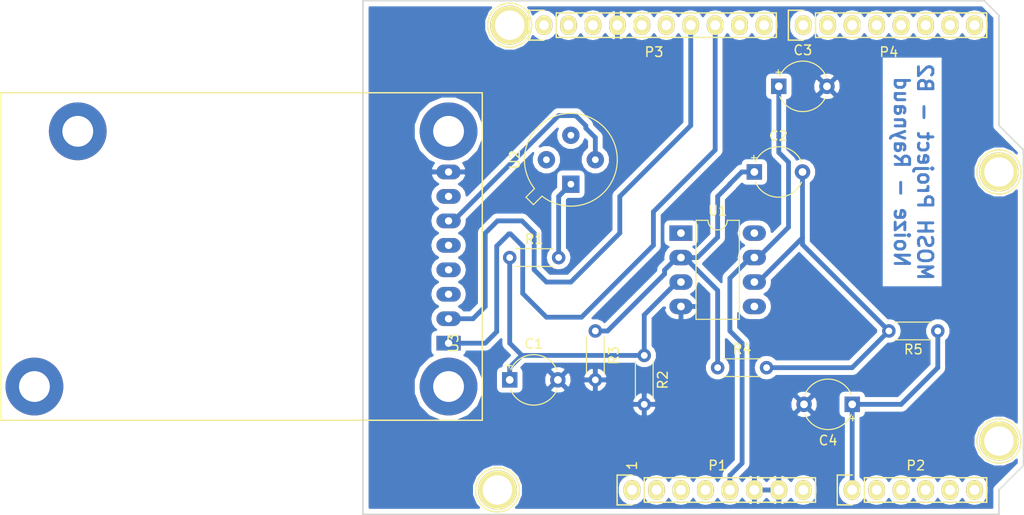
<source format=kicad_pcb>
(kicad_pcb (version 20171130) (host pcbnew "(5.0.1)-3")

  (general
    (thickness 1.6)
    (drawings 28)
    (tracks 83)
    (zones 0)
    (modules 20)
    (nets 47)
  )

  (page A4)
  (title_block
    (date "lun. 30 mars 2015")
  )

  (layers
    (0 F.Cu signal)
    (31 B.Cu signal)
    (32 B.Adhes user)
    (33 F.Adhes user)
    (34 B.Paste user)
    (35 F.Paste user)
    (36 B.SilkS user)
    (37 F.SilkS user)
    (38 B.Mask user)
    (39 F.Mask user)
    (40 Dwgs.User user)
    (41 Cmts.User user)
    (42 Eco1.User user)
    (43 Eco2.User user)
    (44 Edge.Cuts user)
    (45 Margin user)
    (46 B.CrtYd user)
    (47 F.CrtYd user)
    (48 B.Fab user)
    (49 F.Fab user)
  )

  (setup
    (last_trace_width 0.5)
    (trace_clearance 0.4)
    (zone_clearance 0.508)
    (zone_45_only no)
    (trace_min 0.2)
    (segment_width 0.15)
    (edge_width 0.15)
    (via_size 1.2)
    (via_drill 0.8)
    (via_min_size 0.4)
    (via_min_drill 0.3)
    (uvia_size 0.3)
    (uvia_drill 0.1)
    (uvias_allowed no)
    (uvia_min_size 0.2)
    (uvia_min_drill 0.1)
    (pcb_text_width 0.3)
    (pcb_text_size 1.5 1.5)
    (mod_edge_width 0.15)
    (mod_text_size 1 1)
    (mod_text_width 0.15)
    (pad_size 4.064 4.064)
    (pad_drill 3.048)
    (pad_to_mask_clearance 0)
    (solder_mask_min_width 0.25)
    (aux_axis_origin 110.998 126.365)
    (grid_origin 110.998 126.365)
    (visible_elements 7FFFFFFF)
    (pcbplotparams
      (layerselection 0x00030_80000001)
      (usegerberextensions false)
      (usegerberattributes false)
      (usegerberadvancedattributes false)
      (creategerberjobfile false)
      (excludeedgelayer true)
      (linewidth 0.100000)
      (plotframeref false)
      (viasonmask false)
      (mode 1)
      (useauxorigin false)
      (hpglpennumber 1)
      (hpglpenspeed 20)
      (hpglpendiameter 15.000000)
      (psnegative false)
      (psa4output false)
      (plotreference true)
      (plotvalue true)
      (plotinvisibletext false)
      (padsonsilk false)
      (subtractmaskfromsilk false)
      (outputformat 1)
      (mirror false)
      (drillshape 1)
      (scaleselection 1)
      (outputdirectory ""))
  )

  (net 0 "")
  (net 1 /IOREF)
  (net 2 /Reset)
  (net 3 +5V)
  (net 4 GND)
  (net 5 /Vin)
  (net 6 /A0)
  (net 7 /A1)
  (net 8 /A2)
  (net 9 /A3)
  (net 10 /AREF)
  (net 11 "/A4(SDA)")
  (net 12 "/A5(SCL)")
  (net 13 "/9(**)")
  (net 14 /8)
  (net 15 /7)
  (net 16 "/6(**)")
  (net 17 "/5(**)")
  (net 18 /4)
  (net 19 "/3(**)")
  (net 20 /2)
  (net 21 "/1(Tx)")
  (net 22 "/0(Rx)")
  (net 23 "Net-(P5-Pad1)")
  (net 24 "Net-(P6-Pad1)")
  (net 25 "Net-(P7-Pad1)")
  (net 26 "Net-(P8-Pad1)")
  (net 27 "/13(SCK)")
  (net 28 "/10(**/SS)")
  (net 29 "Net-(P1-Pad1)")
  (net 30 +3V3)
  (net 31 "/12(MISO)")
  (net 32 "/11(**/MOSI)")
  (net 33 "Net-(C1-Pad1)")
  (net 34 "Net-(C2-Pad2)")
  (net 35 "Net-(C2-Pad1)")
  (net 36 /Gas_out)
  (net 37 "Net-(U1-Pad1)")
  (net 38 "Net-(U1-Pad5)")
  (net 39 "Net-(U1-Pad8)")
  (net 40 /3V3)
  (net 41 "Net-(U2-Pad3)")
  (net 42 "Net-(U2-Pad4)")
  (net 43 "Net-(U3-Pad3)")
  (net 44 "Net-(U3-Pad4)")
  (net 45 "Net-(U3-Pad5)")
  (net 46 "Net-(U3-Pad7)")

  (net_class Default "This is the default net class."
    (clearance 0.4)
    (trace_width 0.5)
    (via_dia 1.2)
    (via_drill 0.8)
    (uvia_dia 0.3)
    (uvia_drill 0.1)
    (add_net +3V3)
    (add_net +5V)
    (add_net "/0(Rx)")
    (add_net "/1(Tx)")
    (add_net "/10(**/SS)")
    (add_net "/11(**/MOSI)")
    (add_net "/12(MISO)")
    (add_net "/13(SCK)")
    (add_net /2)
    (add_net "/3(**)")
    (add_net /3V3)
    (add_net /4)
    (add_net "/5(**)")
    (add_net "/6(**)")
    (add_net /7)
    (add_net /8)
    (add_net "/9(**)")
    (add_net /A0)
    (add_net /A1)
    (add_net /A2)
    (add_net /A3)
    (add_net "/A4(SDA)")
    (add_net "/A5(SCL)")
    (add_net /AREF)
    (add_net /Gas_out)
    (add_net /IOREF)
    (add_net /Reset)
    (add_net /Vin)
    (add_net GND)
    (add_net "Net-(C1-Pad1)")
    (add_net "Net-(C2-Pad1)")
    (add_net "Net-(C2-Pad2)")
    (add_net "Net-(P1-Pad1)")
    (add_net "Net-(P5-Pad1)")
    (add_net "Net-(P6-Pad1)")
    (add_net "Net-(P7-Pad1)")
    (add_net "Net-(P8-Pad1)")
    (add_net "Net-(U1-Pad1)")
    (add_net "Net-(U1-Pad5)")
    (add_net "Net-(U1-Pad8)")
    (add_net "Net-(U2-Pad3)")
    (add_net "Net-(U2-Pad4)")
    (add_net "Net-(U3-Pad3)")
    (add_net "Net-(U3-Pad4)")
    (add_net "Net-(U3-Pad5)")
    (add_net "Net-(U3-Pad7)")
  )

  (module mes_empreintes2:Gas_Sensor_TO-5-4 (layer F.Cu) (tedit 5BE303FF) (tstamp 5BF5D783)
    (at 132.588 92.075 90)
    (descr TO-5-4)
    (tags TO-5-4)
    (path /5BE9807C)
    (fp_text reference U2 (at 2.54 -5.82 90) (layer F.SilkS)
      (effects (font (size 1 1) (thickness 0.15)))
    )
    (fp_text value Gas_Sensor_TO-5 (at 2.54 5.82 90) (layer F.Fab)
      (effects (font (size 1 1) (thickness 0.15)))
    )
    (fp_text user %R (at 2.54 -5.82 90) (layer F.Fab)
      (effects (font (size 1 1) (thickness 0.15)))
    )
    (fp_line (start -0.465408 -3.61352) (end -1.27151 -4.419621) (layer F.Fab) (width 0.1))
    (fp_line (start -1.27151 -4.419621) (end -1.879621 -3.81151) (layer F.Fab) (width 0.1))
    (fp_line (start -1.879621 -3.81151) (end -1.07352 -3.005408) (layer F.Fab) (width 0.1))
    (fp_line (start -0.457084 -3.774902) (end -1.348039 -4.665856) (layer F.SilkS) (width 0.12))
    (fp_line (start -1.348039 -4.665856) (end -2.125856 -3.888039) (layer F.SilkS) (width 0.12))
    (fp_line (start -2.125856 -3.888039) (end -1.234902 -2.997084) (layer F.SilkS) (width 0.12))
    (fp_line (start -2.41 -4.95) (end -2.41 4.95) (layer F.CrtYd) (width 0.05))
    (fp_line (start -2.41 4.95) (end 7.49 4.95) (layer F.CrtYd) (width 0.05))
    (fp_line (start 7.49 4.95) (end 7.49 -4.95) (layer F.CrtYd) (width 0.05))
    (fp_line (start 7.49 -4.95) (end -2.41 -4.95) (layer F.CrtYd) (width 0.05))
    (fp_circle (center 2.54 0) (end 6.79 0) (layer F.Fab) (width 0.1))
    (fp_arc (start 2.54 0) (end -0.465408 -3.61352) (angle 349.5) (layer F.Fab) (width 0.1))
    (fp_arc (start 2.54 0) (end -0.457084 -3.774902) (angle 346.9) (layer F.SilkS) (width 0.12))
    (pad 1 thru_hole rect (at 0 0 90) (size 1.8 1.8) (drill 0.7) (layers *.Cu *.Mask)
      (net 36 /Gas_out))
    (pad 2 thru_hole circle (at 2.54 2.54 90) (size 1.8 1.8) (drill 0.7) (layers *.Cu *.Mask)
      (net 40 /3V3))
    (pad 3 thru_hole circle (at 5.08 0 90) (size 1.8 1.8) (drill 0.7) (layers *.Cu *.Mask)
      (net 41 "Net-(U2-Pad3)"))
    (pad 4 thru_hole circle (at 2.54 -2.54 90) (size 1.8 1.8) (drill 0.7) (layers *.Cu *.Mask)
      (net 42 "Net-(U2-Pad4)"))
    (model ${KISYS3DMOD}/Package_TO_SOT_THT.3dshapes/TO-5-4.wrl
      (at (xyz 0 0 0))
      (scale (xyz 1 1 1))
      (rotate (xyz 0 0 0))
    )
  )

  (module Socket_Arduino_Uno:Socket_Strip_Arduino_1x08 locked (layer F.Cu) (tedit 552168D2) (tstamp 551AF9EA)
    (at 138.938 123.825)
    (descr "Through hole socket strip")
    (tags "socket strip")
    (path /56D70129)
    (fp_text reference P1 (at 8.89 -2.54) (layer F.SilkS)
      (effects (font (size 1 1) (thickness 0.15)))
    )
    (fp_text value Power (at 8.89 -4.064) (layer F.Fab)
      (effects (font (size 1 1) (thickness 0.15)))
    )
    (fp_line (start -1.75 -1.75) (end -1.75 1.75) (layer F.CrtYd) (width 0.05))
    (fp_line (start 19.55 -1.75) (end 19.55 1.75) (layer F.CrtYd) (width 0.05))
    (fp_line (start -1.75 -1.75) (end 19.55 -1.75) (layer F.CrtYd) (width 0.05))
    (fp_line (start -1.75 1.75) (end 19.55 1.75) (layer F.CrtYd) (width 0.05))
    (fp_line (start 1.27 1.27) (end 19.05 1.27) (layer F.SilkS) (width 0.15))
    (fp_line (start 19.05 1.27) (end 19.05 -1.27) (layer F.SilkS) (width 0.15))
    (fp_line (start 19.05 -1.27) (end 1.27 -1.27) (layer F.SilkS) (width 0.15))
    (fp_line (start -1.55 1.55) (end 0 1.55) (layer F.SilkS) (width 0.15))
    (fp_line (start 1.27 1.27) (end 1.27 -1.27) (layer F.SilkS) (width 0.15))
    (fp_line (start 0 -1.55) (end -1.55 -1.55) (layer F.SilkS) (width 0.15))
    (fp_line (start -1.55 -1.55) (end -1.55 1.55) (layer F.SilkS) (width 0.15))
    (pad 1 thru_hole oval (at 0 0) (size 1.7272 2.032) (drill 1.016) (layers *.Cu *.Mask F.SilkS)
      (net 29 "Net-(P1-Pad1)"))
    (pad 2 thru_hole oval (at 2.54 0) (size 1.7272 2.032) (drill 1.016) (layers *.Cu *.Mask F.SilkS)
      (net 1 /IOREF))
    (pad 3 thru_hole oval (at 5.08 0) (size 1.7272 2.032) (drill 1.016) (layers *.Cu *.Mask F.SilkS)
      (net 2 /Reset))
    (pad 4 thru_hole oval (at 7.62 0) (size 1.7272 2.032) (drill 1.016) (layers *.Cu *.Mask F.SilkS)
      (net 30 +3V3))
    (pad 5 thru_hole oval (at 10.16 0) (size 1.7272 2.032) (drill 1.016) (layers *.Cu *.Mask F.SilkS)
      (net 3 +5V))
    (pad 6 thru_hole oval (at 12.7 0) (size 1.7272 2.032) (drill 1.016) (layers *.Cu *.Mask F.SilkS)
      (net 4 GND))
    (pad 7 thru_hole oval (at 15.24 0) (size 1.7272 2.032) (drill 1.016) (layers *.Cu *.Mask F.SilkS)
      (net 4 GND))
    (pad 8 thru_hole oval (at 17.78 0) (size 1.7272 2.032) (drill 1.016) (layers *.Cu *.Mask F.SilkS)
      (net 5 /Vin))
    (model ${KIPRJMOD}/Socket_Arduino_Uno.3dshapes/Socket_header_Arduino_1x08.wrl
      (offset (xyz 8.889999866485596 0 0))
      (scale (xyz 1 1 1))
      (rotate (xyz 0 0 180))
    )
  )

  (module Socket_Arduino_Uno:Socket_Strip_Arduino_1x06 locked (layer F.Cu) (tedit 552168D6) (tstamp 551AF9FF)
    (at 161.798 123.825)
    (descr "Through hole socket strip")
    (tags "socket strip")
    (path /56D70DD8)
    (fp_text reference P2 (at 6.604 -2.54) (layer F.SilkS)
      (effects (font (size 1 1) (thickness 0.15)))
    )
    (fp_text value Analog (at 6.604 -4.064) (layer F.Fab)
      (effects (font (size 1 1) (thickness 0.15)))
    )
    (fp_line (start -1.75 -1.75) (end -1.75 1.75) (layer F.CrtYd) (width 0.05))
    (fp_line (start 14.45 -1.75) (end 14.45 1.75) (layer F.CrtYd) (width 0.05))
    (fp_line (start -1.75 -1.75) (end 14.45 -1.75) (layer F.CrtYd) (width 0.05))
    (fp_line (start -1.75 1.75) (end 14.45 1.75) (layer F.CrtYd) (width 0.05))
    (fp_line (start 1.27 1.27) (end 13.97 1.27) (layer F.SilkS) (width 0.15))
    (fp_line (start 13.97 1.27) (end 13.97 -1.27) (layer F.SilkS) (width 0.15))
    (fp_line (start 13.97 -1.27) (end 1.27 -1.27) (layer F.SilkS) (width 0.15))
    (fp_line (start -1.55 1.55) (end 0 1.55) (layer F.SilkS) (width 0.15))
    (fp_line (start 1.27 1.27) (end 1.27 -1.27) (layer F.SilkS) (width 0.15))
    (fp_line (start 0 -1.55) (end -1.55 -1.55) (layer F.SilkS) (width 0.15))
    (fp_line (start -1.55 -1.55) (end -1.55 1.55) (layer F.SilkS) (width 0.15))
    (pad 1 thru_hole oval (at 0 0) (size 1.7272 2.032) (drill 1.016) (layers *.Cu *.Mask F.SilkS)
      (net 6 /A0))
    (pad 2 thru_hole oval (at 2.54 0) (size 1.7272 2.032) (drill 1.016) (layers *.Cu *.Mask F.SilkS)
      (net 7 /A1))
    (pad 3 thru_hole oval (at 5.08 0) (size 1.7272 2.032) (drill 1.016) (layers *.Cu *.Mask F.SilkS)
      (net 8 /A2))
    (pad 4 thru_hole oval (at 7.62 0) (size 1.7272 2.032) (drill 1.016) (layers *.Cu *.Mask F.SilkS)
      (net 9 /A3))
    (pad 5 thru_hole oval (at 10.16 0) (size 1.7272 2.032) (drill 1.016) (layers *.Cu *.Mask F.SilkS)
      (net 11 "/A4(SDA)"))
    (pad 6 thru_hole oval (at 12.7 0) (size 1.7272 2.032) (drill 1.016) (layers *.Cu *.Mask F.SilkS)
      (net 12 "/A5(SCL)"))
    (model ${KIPRJMOD}/Socket_Arduino_Uno.3dshapes/Socket_header_Arduino_1x06.wrl
      (offset (xyz 6.349999904632568 0 0))
      (scale (xyz 1 1 1))
      (rotate (xyz 0 0 180))
    )
  )

  (module Socket_Arduino_Uno:Socket_Strip_Arduino_1x10 locked (layer F.Cu) (tedit 552168BF) (tstamp 551AFA18)
    (at 129.794 75.565)
    (descr "Through hole socket strip")
    (tags "socket strip")
    (path /56D721E0)
    (fp_text reference P3 (at 11.43 2.794) (layer F.SilkS)
      (effects (font (size 1 1) (thickness 0.15)))
    )
    (fp_text value Digital (at 11.43 4.318) (layer F.Fab)
      (effects (font (size 1 1) (thickness 0.15)))
    )
    (fp_line (start -1.75 -1.75) (end -1.75 1.75) (layer F.CrtYd) (width 0.05))
    (fp_line (start 24.65 -1.75) (end 24.65 1.75) (layer F.CrtYd) (width 0.05))
    (fp_line (start -1.75 -1.75) (end 24.65 -1.75) (layer F.CrtYd) (width 0.05))
    (fp_line (start -1.75 1.75) (end 24.65 1.75) (layer F.CrtYd) (width 0.05))
    (fp_line (start 1.27 1.27) (end 24.13 1.27) (layer F.SilkS) (width 0.15))
    (fp_line (start 24.13 1.27) (end 24.13 -1.27) (layer F.SilkS) (width 0.15))
    (fp_line (start 24.13 -1.27) (end 1.27 -1.27) (layer F.SilkS) (width 0.15))
    (fp_line (start -1.55 1.55) (end 0 1.55) (layer F.SilkS) (width 0.15))
    (fp_line (start 1.27 1.27) (end 1.27 -1.27) (layer F.SilkS) (width 0.15))
    (fp_line (start 0 -1.55) (end -1.55 -1.55) (layer F.SilkS) (width 0.15))
    (fp_line (start -1.55 -1.55) (end -1.55 1.55) (layer F.SilkS) (width 0.15))
    (pad 1 thru_hole oval (at 0 0) (size 1.7272 2.032) (drill 1.016) (layers *.Cu *.Mask F.SilkS)
      (net 12 "/A5(SCL)"))
    (pad 2 thru_hole oval (at 2.54 0) (size 1.7272 2.032) (drill 1.016) (layers *.Cu *.Mask F.SilkS)
      (net 11 "/A4(SDA)"))
    (pad 3 thru_hole oval (at 5.08 0) (size 1.7272 2.032) (drill 1.016) (layers *.Cu *.Mask F.SilkS)
      (net 10 /AREF))
    (pad 4 thru_hole oval (at 7.62 0) (size 1.7272 2.032) (drill 1.016) (layers *.Cu *.Mask F.SilkS)
      (net 4 GND))
    (pad 5 thru_hole oval (at 10.16 0) (size 1.7272 2.032) (drill 1.016) (layers *.Cu *.Mask F.SilkS)
      (net 27 "/13(SCK)"))
    (pad 6 thru_hole oval (at 12.7 0) (size 1.7272 2.032) (drill 1.016) (layers *.Cu *.Mask F.SilkS)
      (net 31 "/12(MISO)"))
    (pad 7 thru_hole oval (at 15.24 0) (size 1.7272 2.032) (drill 1.016) (layers *.Cu *.Mask F.SilkS)
      (net 32 "/11(**/MOSI)"))
    (pad 8 thru_hole oval (at 17.78 0) (size 1.7272 2.032) (drill 1.016) (layers *.Cu *.Mask F.SilkS)
      (net 28 "/10(**/SS)"))
    (pad 9 thru_hole oval (at 20.32 0) (size 1.7272 2.032) (drill 1.016) (layers *.Cu *.Mask F.SilkS)
      (net 13 "/9(**)"))
    (pad 10 thru_hole oval (at 22.86 0) (size 1.7272 2.032) (drill 1.016) (layers *.Cu *.Mask F.SilkS)
      (net 14 /8))
    (model ${KIPRJMOD}/Socket_Arduino_Uno.3dshapes/Socket_header_Arduino_1x10.wrl
      (offset (xyz 11.42999982833862 0 0))
      (scale (xyz 1 1 1))
      (rotate (xyz 0 0 180))
    )
  )

  (module Socket_Arduino_Uno:Socket_Strip_Arduino_1x08 locked (layer F.Cu) (tedit 552168C7) (tstamp 551AFA2F)
    (at 156.718 75.565)
    (descr "Through hole socket strip")
    (tags "socket strip")
    (path /56D7164F)
    (fp_text reference P4 (at 8.89 2.794) (layer F.SilkS)
      (effects (font (size 1 1) (thickness 0.15)))
    )
    (fp_text value Digital (at 8.89 4.318) (layer F.Fab)
      (effects (font (size 1 1) (thickness 0.15)))
    )
    (fp_line (start -1.75 -1.75) (end -1.75 1.75) (layer F.CrtYd) (width 0.05))
    (fp_line (start 19.55 -1.75) (end 19.55 1.75) (layer F.CrtYd) (width 0.05))
    (fp_line (start -1.75 -1.75) (end 19.55 -1.75) (layer F.CrtYd) (width 0.05))
    (fp_line (start -1.75 1.75) (end 19.55 1.75) (layer F.CrtYd) (width 0.05))
    (fp_line (start 1.27 1.27) (end 19.05 1.27) (layer F.SilkS) (width 0.15))
    (fp_line (start 19.05 1.27) (end 19.05 -1.27) (layer F.SilkS) (width 0.15))
    (fp_line (start 19.05 -1.27) (end 1.27 -1.27) (layer F.SilkS) (width 0.15))
    (fp_line (start -1.55 1.55) (end 0 1.55) (layer F.SilkS) (width 0.15))
    (fp_line (start 1.27 1.27) (end 1.27 -1.27) (layer F.SilkS) (width 0.15))
    (fp_line (start 0 -1.55) (end -1.55 -1.55) (layer F.SilkS) (width 0.15))
    (fp_line (start -1.55 -1.55) (end -1.55 1.55) (layer F.SilkS) (width 0.15))
    (pad 1 thru_hole oval (at 0 0) (size 1.7272 2.032) (drill 1.016) (layers *.Cu *.Mask F.SilkS)
      (net 15 /7))
    (pad 2 thru_hole oval (at 2.54 0) (size 1.7272 2.032) (drill 1.016) (layers *.Cu *.Mask F.SilkS)
      (net 16 "/6(**)"))
    (pad 3 thru_hole oval (at 5.08 0) (size 1.7272 2.032) (drill 1.016) (layers *.Cu *.Mask F.SilkS)
      (net 17 "/5(**)"))
    (pad 4 thru_hole oval (at 7.62 0) (size 1.7272 2.032) (drill 1.016) (layers *.Cu *.Mask F.SilkS)
      (net 18 /4))
    (pad 5 thru_hole oval (at 10.16 0) (size 1.7272 2.032) (drill 1.016) (layers *.Cu *.Mask F.SilkS)
      (net 19 "/3(**)"))
    (pad 6 thru_hole oval (at 12.7 0) (size 1.7272 2.032) (drill 1.016) (layers *.Cu *.Mask F.SilkS)
      (net 20 /2))
    (pad 7 thru_hole oval (at 15.24 0) (size 1.7272 2.032) (drill 1.016) (layers *.Cu *.Mask F.SilkS)
      (net 21 "/1(Tx)"))
    (pad 8 thru_hole oval (at 17.78 0) (size 1.7272 2.032) (drill 1.016) (layers *.Cu *.Mask F.SilkS)
      (net 22 "/0(Rx)"))
    (model ${KIPRJMOD}/Socket_Arduino_Uno.3dshapes/Socket_header_Arduino_1x08.wrl
      (offset (xyz 8.889999866485596 0 0))
      (scale (xyz 1 1 1))
      (rotate (xyz 0 0 180))
    )
  )

  (module Socket_Arduino_Uno:Arduino_1pin locked (layer F.Cu) (tedit 5524FC39) (tstamp 5524FC3F)
    (at 124.968 123.825)
    (descr "module 1 pin (ou trou mecanique de percage)")
    (tags DEV)
    (path /56D71177)
    (fp_text reference P5 (at 0 -3.048) (layer F.SilkS) hide
      (effects (font (size 1 1) (thickness 0.15)))
    )
    (fp_text value CONN_01X01 (at 0 2.794) (layer F.Fab) hide
      (effects (font (size 1 1) (thickness 0.15)))
    )
    (fp_circle (center 0 0) (end 0 -2.286) (layer F.SilkS) (width 0.15))
    (pad 1 thru_hole circle (at 0 0) (size 4.064 4.064) (drill 3.048) (layers *.Cu *.Mask F.SilkS)
      (net 23 "Net-(P5-Pad1)"))
  )

  (module Socket_Arduino_Uno:Arduino_1pin locked (layer F.Cu) (tedit 5524FC4A) (tstamp 5524FC44)
    (at 177.038 118.745)
    (descr "module 1 pin (ou trou mecanique de percage)")
    (tags DEV)
    (path /56D71274)
    (fp_text reference P6 (at 0 -3.048) (layer F.SilkS) hide
      (effects (font (size 1 1) (thickness 0.15)))
    )
    (fp_text value CONN_01X01 (at 0 2.794) (layer F.Fab) hide
      (effects (font (size 1 1) (thickness 0.15)))
    )
    (fp_circle (center 0 0) (end 0 -2.286) (layer F.SilkS) (width 0.15))
    (pad 1 thru_hole circle (at 0 0) (size 4.064 4.064) (drill 3.048) (layers *.Cu *.Mask F.SilkS)
      (net 24 "Net-(P6-Pad1)"))
  )

  (module Socket_Arduino_Uno:Arduino_1pin locked (layer F.Cu) (tedit 5524FC2F) (tstamp 5524FC49)
    (at 126.238 75.565)
    (descr "module 1 pin (ou trou mecanique de percage)")
    (tags DEV)
    (path /56D712A8)
    (fp_text reference P7 (at 0 -3.048) (layer F.SilkS) hide
      (effects (font (size 1 1) (thickness 0.15)))
    )
    (fp_text value CONN_01X01 (at 0 2.794) (layer F.Fab) hide
      (effects (font (size 1 1) (thickness 0.15)))
    )
    (fp_circle (center 0 0) (end 0 -2.286) (layer F.SilkS) (width 0.15))
    (pad 1 thru_hole circle (at 0 0) (size 4.064 4.064) (drill 3.048) (layers *.Cu *.Mask F.SilkS)
      (net 25 "Net-(P7-Pad1)"))
  )

  (module Socket_Arduino_Uno:Arduino_1pin locked (layer F.Cu) (tedit 5524FC41) (tstamp 5524FC4E)
    (at 177.038 90.805)
    (descr "module 1 pin (ou trou mecanique de percage)")
    (tags DEV)
    (path /56D712DB)
    (fp_text reference P8 (at 0 -3.048) (layer F.SilkS) hide
      (effects (font (size 1 1) (thickness 0.15)))
    )
    (fp_text value CONN_01X01 (at 0 2.794) (layer F.Fab) hide
      (effects (font (size 1 1) (thickness 0.15)))
    )
    (fp_circle (center 0 0) (end 0 -2.286) (layer F.SilkS) (width 0.15))
    (pad 1 thru_hole circle (at 0 0) (size 4.064 4.064) (drill 3.048) (layers *.Cu *.Mask F.SilkS)
      (net 26 "Net-(P8-Pad1)"))
  )

  (module Capacitor_THT:CP_Radial_Tantal_D5.0mm_P5.00mm (layer F.Cu) (tedit 5AE50EF0) (tstamp 5BF5D6C5)
    (at 126.238 112.395)
    (descr "CP, Radial_Tantal series, Radial, pin pitch=5.00mm, , diameter=5.0mm, Tantal Electrolytic Capacitor, http://cdn-reichelt.de/documents/datenblatt/B300/TANTAL-TB-Serie%23.pdf")
    (tags "CP Radial_Tantal series Radial pin pitch 5.00mm  diameter 5.0mm Tantal Electrolytic Capacitor")
    (path /5BE30804)
    (fp_text reference C1 (at 2.5 -3.75) (layer F.SilkS)
      (effects (font (size 1 1) (thickness 0.15)))
    )
    (fp_text value 100n (at 2.5 3.75) (layer F.Fab)
      (effects (font (size 1 1) (thickness 0.15)))
    )
    (fp_arc (start 2.5 0) (end 0.104003 -1.06) (angle 132.27036) (layer F.SilkS) (width 0.12))
    (fp_arc (start 2.5 0) (end 0.104003 1.06) (angle -132.27036) (layer F.SilkS) (width 0.12))
    (fp_circle (center 2.5 0) (end 5 0) (layer F.Fab) (width 0.1))
    (fp_circle (center 2.5 0) (end 6.22 0) (layer F.CrtYd) (width 0.05))
    (fp_line (start 0.366395 -1.0875) (end 0.866395 -1.0875) (layer F.Fab) (width 0.1))
    (fp_line (start 0.616395 -1.3375) (end 0.616395 -0.8375) (layer F.Fab) (width 0.1))
    (fp_line (start -0.304775 -1.475) (end 0.195225 -1.475) (layer F.SilkS) (width 0.12))
    (fp_line (start -0.054775 -1.725) (end -0.054775 -1.225) (layer F.SilkS) (width 0.12))
    (fp_text user %R (at 2.5 0) (layer F.Fab)
      (effects (font (size 1 1) (thickness 0.15)))
    )
    (pad 1 thru_hole rect (at 0 0) (size 1.6 1.6) (drill 0.8) (layers *.Cu *.Mask)
      (net 33 "Net-(C1-Pad1)"))
    (pad 2 thru_hole circle (at 5 0) (size 1.6 1.6) (drill 0.8) (layers *.Cu *.Mask)
      (net 4 GND))
    (model ${KISYS3DMOD}/Capacitor_THT.3dshapes/CP_Radial_Tantal_D5.0mm_P5.00mm.wrl
      (at (xyz 0 0 0))
      (scale (xyz 1 1 1))
      (rotate (xyz 0 0 0))
    )
  )

  (module Capacitor_THT:CP_Radial_Tantal_D5.0mm_P5.00mm (layer F.Cu) (tedit 5AE50EF0) (tstamp 5BF5D6D4)
    (at 151.638 90.805)
    (descr "CP, Radial_Tantal series, Radial, pin pitch=5.00mm, , diameter=5.0mm, Tantal Electrolytic Capacitor, http://cdn-reichelt.de/documents/datenblatt/B300/TANTAL-TB-Serie%23.pdf")
    (tags "CP Radial_Tantal series Radial pin pitch 5.00mm  diameter 5.0mm Tantal Electrolytic Capacitor")
    (path /5BE36E9B)
    (fp_text reference C2 (at 2.5 -3.75) (layer F.SilkS)
      (effects (font (size 1 1) (thickness 0.15)))
    )
    (fp_text value 1u (at 2.5 3.75) (layer F.Fab)
      (effects (font (size 1 1) (thickness 0.15)))
    )
    (fp_text user %R (at 2.5 0) (layer F.Fab)
      (effects (font (size 1 1) (thickness 0.15)))
    )
    (fp_line (start -0.054775 -1.725) (end -0.054775 -1.225) (layer F.SilkS) (width 0.12))
    (fp_line (start -0.304775 -1.475) (end 0.195225 -1.475) (layer F.SilkS) (width 0.12))
    (fp_line (start 0.616395 -1.3375) (end 0.616395 -0.8375) (layer F.Fab) (width 0.1))
    (fp_line (start 0.366395 -1.0875) (end 0.866395 -1.0875) (layer F.Fab) (width 0.1))
    (fp_circle (center 2.5 0) (end 6.22 0) (layer F.CrtYd) (width 0.05))
    (fp_circle (center 2.5 0) (end 5 0) (layer F.Fab) (width 0.1))
    (fp_arc (start 2.5 0) (end 0.104003 1.06) (angle -132.27036) (layer F.SilkS) (width 0.12))
    (fp_arc (start 2.5 0) (end 0.104003 -1.06) (angle 132.27036) (layer F.SilkS) (width 0.12))
    (pad 2 thru_hole circle (at 5 0) (size 1.6 1.6) (drill 0.8) (layers *.Cu *.Mask)
      (net 34 "Net-(C2-Pad2)"))
    (pad 1 thru_hole rect (at 0 0) (size 1.6 1.6) (drill 0.8) (layers *.Cu *.Mask)
      (net 35 "Net-(C2-Pad1)"))
    (model ${KISYS3DMOD}/Capacitor_THT.3dshapes/CP_Radial_Tantal_D5.0mm_P5.00mm.wrl
      (at (xyz 0 0 0))
      (scale (xyz 1 1 1))
      (rotate (xyz 0 0 0))
    )
  )

  (module Capacitor_THT:CP_Radial_Tantal_D5.0mm_P5.00mm (layer F.Cu) (tedit 5AE50EF0) (tstamp 5BF5D6E3)
    (at 154.178 81.915)
    (descr "CP, Radial_Tantal series, Radial, pin pitch=5.00mm, , diameter=5.0mm, Tantal Electrolytic Capacitor, http://cdn-reichelt.de/documents/datenblatt/B300/TANTAL-TB-Serie%23.pdf")
    (tags "CP Radial_Tantal series Radial pin pitch 5.00mm  diameter 5.0mm Tantal Electrolytic Capacitor")
    (path /5BE42545)
    (fp_text reference C3 (at 2.5 -3.75) (layer F.SilkS)
      (effects (font (size 1 1) (thickness 0.15)))
    )
    (fp_text value 100n (at 2.5 3.75) (layer F.Fab)
      (effects (font (size 1 1) (thickness 0.15)))
    )
    (fp_text user %R (at 2.54 0) (layer F.Fab)
      (effects (font (size 1 1) (thickness 0.15)))
    )
    (fp_line (start -0.054775 -1.725) (end -0.054775 -1.225) (layer F.SilkS) (width 0.12))
    (fp_line (start -0.304775 -1.475) (end 0.195225 -1.475) (layer F.SilkS) (width 0.12))
    (fp_line (start 0.616395 -1.3375) (end 0.616395 -0.8375) (layer F.Fab) (width 0.1))
    (fp_line (start 0.366395 -1.0875) (end 0.866395 -1.0875) (layer F.Fab) (width 0.1))
    (fp_circle (center 2.5 0) (end 6.22 0) (layer F.CrtYd) (width 0.05))
    (fp_circle (center 2.5 0) (end 5 0) (layer F.Fab) (width 0.1))
    (fp_arc (start 2.5 0) (end 0.104003 1.06) (angle -132.27036) (layer F.SilkS) (width 0.12))
    (fp_arc (start 2.5 0) (end 0.104003 -1.06) (angle 132.27036) (layer F.SilkS) (width 0.12))
    (pad 2 thru_hole circle (at 5 0) (size 1.6 1.6) (drill 0.8) (layers *.Cu *.Mask)
      (net 4 GND))
    (pad 1 thru_hole rect (at 0 0) (size 1.6 1.6) (drill 0.8) (layers *.Cu *.Mask)
      (net 3 +5V))
    (model ${KISYS3DMOD}/Capacitor_THT.3dshapes/CP_Radial_Tantal_D5.0mm_P5.00mm.wrl
      (at (xyz 0 0 0))
      (scale (xyz 1 1 1))
      (rotate (xyz 0 0 0))
    )
  )

  (module Capacitor_THT:CP_Radial_Tantal_D5.0mm_P5.00mm (layer F.Cu) (tedit 5AE50EF0) (tstamp 5BF5D6F2)
    (at 161.798 114.935 180)
    (descr "CP, Radial_Tantal series, Radial, pin pitch=5.00mm, , diameter=5.0mm, Tantal Electrolytic Capacitor, http://cdn-reichelt.de/documents/datenblatt/B300/TANTAL-TB-Serie%23.pdf")
    (tags "CP Radial_Tantal series Radial pin pitch 5.00mm  diameter 5.0mm Tantal Electrolytic Capacitor")
    (path /5BE371DF)
    (fp_text reference C4 (at 2.5 -3.75 180) (layer F.SilkS)
      (effects (font (size 1 1) (thickness 0.15)))
    )
    (fp_text value 100n (at 2.5 3.75 180) (layer F.Fab)
      (effects (font (size 1 1) (thickness 0.15)))
    )
    (fp_arc (start 2.5 0) (end 0.104003 -1.06) (angle 132.27036) (layer F.SilkS) (width 0.12))
    (fp_arc (start 2.5 0) (end 0.104003 1.06) (angle -132.27036) (layer F.SilkS) (width 0.12))
    (fp_circle (center 2.5 0) (end 5 0) (layer F.Fab) (width 0.1))
    (fp_circle (center 2.5 0) (end 6.22 0) (layer F.CrtYd) (width 0.05))
    (fp_line (start 0.366395 -1.0875) (end 0.866395 -1.0875) (layer F.Fab) (width 0.1))
    (fp_line (start 0.616395 -1.3375) (end 0.616395 -0.8375) (layer F.Fab) (width 0.1))
    (fp_line (start -0.304775 -1.475) (end 0.195225 -1.475) (layer F.SilkS) (width 0.12))
    (fp_line (start -0.054775 -1.725) (end -0.054775 -1.225) (layer F.SilkS) (width 0.12))
    (fp_text user %R (at 2.5 0 180) (layer F.Fab)
      (effects (font (size 1 1) (thickness 0.15)))
    )
    (pad 1 thru_hole rect (at 0 0 180) (size 1.6 1.6) (drill 0.8) (layers *.Cu *.Mask)
      (net 6 /A0))
    (pad 2 thru_hole circle (at 5 0 180) (size 1.6 1.6) (drill 0.8) (layers *.Cu *.Mask)
      (net 4 GND))
    (model ${KISYS3DMOD}/Capacitor_THT.3dshapes/CP_Radial_Tantal_D5.0mm_P5.00mm.wrl
      (at (xyz 0 0 0))
      (scale (xyz 1 1 1))
      (rotate (xyz 0 0 0))
    )
  )

  (module Resistor_THT:R_Axial_DIN0204_L3.6mm_D1.6mm_P5.08mm_Horizontal (layer F.Cu) (tedit 5AE5139B) (tstamp 5BF5D705)
    (at 126.238 99.695)
    (descr "Resistor, Axial_DIN0204 series, Axial, Horizontal, pin pitch=5.08mm, 0.167W, length*diameter=3.6*1.6mm^2, http://cdn-reichelt.de/documents/datenblatt/B400/1_4W%23YAG.pdf")
    (tags "Resistor Axial_DIN0204 series Axial Horizontal pin pitch 5.08mm 0.167W length 3.6mm diameter 1.6mm")
    (path /5BE35F7E)
    (fp_text reference R1 (at 2.54 -1.92) (layer F.SilkS)
      (effects (font (size 1 1) (thickness 0.15)))
    )
    (fp_text value "10 k" (at 2.54 1.92) (layer F.Fab)
      (effects (font (size 1 1) (thickness 0.15)))
    )
    (fp_line (start 0.74 -0.8) (end 0.74 0.8) (layer F.Fab) (width 0.1))
    (fp_line (start 0.74 0.8) (end 4.34 0.8) (layer F.Fab) (width 0.1))
    (fp_line (start 4.34 0.8) (end 4.34 -0.8) (layer F.Fab) (width 0.1))
    (fp_line (start 4.34 -0.8) (end 0.74 -0.8) (layer F.Fab) (width 0.1))
    (fp_line (start 0 0) (end 0.74 0) (layer F.Fab) (width 0.1))
    (fp_line (start 5.08 0) (end 4.34 0) (layer F.Fab) (width 0.1))
    (fp_line (start 0.62 -0.92) (end 4.46 -0.92) (layer F.SilkS) (width 0.12))
    (fp_line (start 0.62 0.92) (end 4.46 0.92) (layer F.SilkS) (width 0.12))
    (fp_line (start -0.95 -1.05) (end -0.95 1.05) (layer F.CrtYd) (width 0.05))
    (fp_line (start -0.95 1.05) (end 6.03 1.05) (layer F.CrtYd) (width 0.05))
    (fp_line (start 6.03 1.05) (end 6.03 -1.05) (layer F.CrtYd) (width 0.05))
    (fp_line (start 6.03 -1.05) (end -0.95 -1.05) (layer F.CrtYd) (width 0.05))
    (fp_text user %R (at 2.54 0) (layer F.Fab)
      (effects (font (size 0.72 0.72) (thickness 0.108)))
    )
    (pad 1 thru_hole circle (at 0 0) (size 1.4 1.4) (drill 0.7) (layers *.Cu *.Mask)
      (net 33 "Net-(C1-Pad1)"))
    (pad 2 thru_hole oval (at 5.08 0) (size 1.4 1.4) (drill 0.7) (layers *.Cu *.Mask)
      (net 36 /Gas_out))
    (model ${KISYS3DMOD}/Resistor_THT.3dshapes/R_Axial_DIN0204_L3.6mm_D1.6mm_P5.08mm_Horizontal.wrl
      (at (xyz 0 0 0))
      (scale (xyz 1 1 1))
      (rotate (xyz 0 0 0))
    )
  )

  (module Resistor_THT:R_Axial_DIN0204_L3.6mm_D1.6mm_P5.08mm_Horizontal (layer F.Cu) (tedit 5AE5139B) (tstamp 5BF5D718)
    (at 140.208 109.855 270)
    (descr "Resistor, Axial_DIN0204 series, Axial, Horizontal, pin pitch=5.08mm, 0.167W, length*diameter=3.6*1.6mm^2, http://cdn-reichelt.de/documents/datenblatt/B400/1_4W%23YAG.pdf")
    (tags "Resistor Axial_DIN0204 series Axial Horizontal pin pitch 5.08mm 0.167W length 3.6mm diameter 1.6mm")
    (path /5BE30615)
    (fp_text reference R2 (at 2.54 -1.92 270) (layer F.SilkS)
      (effects (font (size 1 1) (thickness 0.15)))
    )
    (fp_text value 100k (at 2.54 1.92 270) (layer F.Fab)
      (effects (font (size 1 1) (thickness 0.15)))
    )
    (fp_line (start 0.74 -0.8) (end 0.74 0.8) (layer F.Fab) (width 0.1))
    (fp_line (start 0.74 0.8) (end 4.34 0.8) (layer F.Fab) (width 0.1))
    (fp_line (start 4.34 0.8) (end 4.34 -0.8) (layer F.Fab) (width 0.1))
    (fp_line (start 4.34 -0.8) (end 0.74 -0.8) (layer F.Fab) (width 0.1))
    (fp_line (start 0 0) (end 0.74 0) (layer F.Fab) (width 0.1))
    (fp_line (start 5.08 0) (end 4.34 0) (layer F.Fab) (width 0.1))
    (fp_line (start 0.62 -0.92) (end 4.46 -0.92) (layer F.SilkS) (width 0.12))
    (fp_line (start 0.62 0.92) (end 4.46 0.92) (layer F.SilkS) (width 0.12))
    (fp_line (start -0.95 -1.05) (end -0.95 1.05) (layer F.CrtYd) (width 0.05))
    (fp_line (start -0.95 1.05) (end 6.03 1.05) (layer F.CrtYd) (width 0.05))
    (fp_line (start 6.03 1.05) (end 6.03 -1.05) (layer F.CrtYd) (width 0.05))
    (fp_line (start 6.03 -1.05) (end -0.95 -1.05) (layer F.CrtYd) (width 0.05))
    (fp_text user %R (at 2.54 0 270) (layer F.Fab)
      (effects (font (size 0.72 0.72) (thickness 0.108)))
    )
    (pad 1 thru_hole circle (at 0 0 270) (size 1.4 1.4) (drill 0.7) (layers *.Cu *.Mask)
      (net 33 "Net-(C1-Pad1)"))
    (pad 2 thru_hole oval (at 5.08 0 270) (size 1.4 1.4) (drill 0.7) (layers *.Cu *.Mask)
      (net 4 GND))
    (model ${KISYS3DMOD}/Resistor_THT.3dshapes/R_Axial_DIN0204_L3.6mm_D1.6mm_P5.08mm_Horizontal.wrl
      (at (xyz 0 0 0))
      (scale (xyz 1 1 1))
      (rotate (xyz 0 0 0))
    )
  )

  (module Resistor_THT:R_Axial_DIN0204_L3.6mm_D1.6mm_P5.08mm_Horizontal (layer F.Cu) (tedit 5AE5139B) (tstamp 5BF5D72B)
    (at 135.128 107.315 270)
    (descr "Resistor, Axial_DIN0204 series, Axial, Horizontal, pin pitch=5.08mm, 0.167W, length*diameter=3.6*1.6mm^2, http://cdn-reichelt.de/documents/datenblatt/B400/1_4W%23YAG.pdf")
    (tags "Resistor Axial_DIN0204 series Axial Horizontal pin pitch 5.08mm 0.167W length 3.6mm diameter 1.6mm")
    (path /5BE30725)
    (fp_text reference R3 (at 2.54 -1.92 270) (layer F.SilkS)
      (effects (font (size 1 1) (thickness 0.15)))
    )
    (fp_text value 1k (at 2.54 1.92 270) (layer F.Fab)
      (effects (font (size 1 1) (thickness 0.15)))
    )
    (fp_text user %R (at 2.54 0 270) (layer F.Fab)
      (effects (font (size 0.72 0.72) (thickness 0.108)))
    )
    (fp_line (start 6.03 -1.05) (end -0.95 -1.05) (layer F.CrtYd) (width 0.05))
    (fp_line (start 6.03 1.05) (end 6.03 -1.05) (layer F.CrtYd) (width 0.05))
    (fp_line (start -0.95 1.05) (end 6.03 1.05) (layer F.CrtYd) (width 0.05))
    (fp_line (start -0.95 -1.05) (end -0.95 1.05) (layer F.CrtYd) (width 0.05))
    (fp_line (start 0.62 0.92) (end 4.46 0.92) (layer F.SilkS) (width 0.12))
    (fp_line (start 0.62 -0.92) (end 4.46 -0.92) (layer F.SilkS) (width 0.12))
    (fp_line (start 5.08 0) (end 4.34 0) (layer F.Fab) (width 0.1))
    (fp_line (start 0 0) (end 0.74 0) (layer F.Fab) (width 0.1))
    (fp_line (start 4.34 -0.8) (end 0.74 -0.8) (layer F.Fab) (width 0.1))
    (fp_line (start 4.34 0.8) (end 4.34 -0.8) (layer F.Fab) (width 0.1))
    (fp_line (start 0.74 0.8) (end 4.34 0.8) (layer F.Fab) (width 0.1))
    (fp_line (start 0.74 -0.8) (end 0.74 0.8) (layer F.Fab) (width 0.1))
    (pad 2 thru_hole oval (at 5.08 0 270) (size 1.4 1.4) (drill 0.7) (layers *.Cu *.Mask)
      (net 4 GND))
    (pad 1 thru_hole circle (at 0 0 270) (size 1.4 1.4) (drill 0.7) (layers *.Cu *.Mask)
      (net 35 "Net-(C2-Pad1)"))
    (model ${KISYS3DMOD}/Resistor_THT.3dshapes/R_Axial_DIN0204_L3.6mm_D1.6mm_P5.08mm_Horizontal.wrl
      (at (xyz 0 0 0))
      (scale (xyz 1 1 1))
      (rotate (xyz 0 0 0))
    )
  )

  (module Resistor_THT:R_Axial_DIN0204_L3.6mm_D1.6mm_P5.08mm_Horizontal (layer F.Cu) (tedit 5AE5139B) (tstamp 5BF5D73E)
    (at 147.828 111.125)
    (descr "Resistor, Axial_DIN0204 series, Axial, Horizontal, pin pitch=5.08mm, 0.167W, length*diameter=3.6*1.6mm^2, http://cdn-reichelt.de/documents/datenblatt/B400/1_4W%23YAG.pdf")
    (tags "Resistor Axial_DIN0204 series Axial Horizontal pin pitch 5.08mm 0.167W length 3.6mm diameter 1.6mm")
    (path /5BE36F94)
    (fp_text reference R4 (at 2.54 -1.92) (layer F.SilkS)
      (effects (font (size 1 1) (thickness 0.15)))
    )
    (fp_text value 100k (at 2.54 1.92) (layer F.Fab)
      (effects (font (size 1 1) (thickness 0.15)))
    )
    (fp_text user %R (at 2.54 0) (layer F.Fab)
      (effects (font (size 0.72 0.72) (thickness 0.108)))
    )
    (fp_line (start 6.03 -1.05) (end -0.95 -1.05) (layer F.CrtYd) (width 0.05))
    (fp_line (start 6.03 1.05) (end 6.03 -1.05) (layer F.CrtYd) (width 0.05))
    (fp_line (start -0.95 1.05) (end 6.03 1.05) (layer F.CrtYd) (width 0.05))
    (fp_line (start -0.95 -1.05) (end -0.95 1.05) (layer F.CrtYd) (width 0.05))
    (fp_line (start 0.62 0.92) (end 4.46 0.92) (layer F.SilkS) (width 0.12))
    (fp_line (start 0.62 -0.92) (end 4.46 -0.92) (layer F.SilkS) (width 0.12))
    (fp_line (start 5.08 0) (end 4.34 0) (layer F.Fab) (width 0.1))
    (fp_line (start 0 0) (end 0.74 0) (layer F.Fab) (width 0.1))
    (fp_line (start 4.34 -0.8) (end 0.74 -0.8) (layer F.Fab) (width 0.1))
    (fp_line (start 4.34 0.8) (end 4.34 -0.8) (layer F.Fab) (width 0.1))
    (fp_line (start 0.74 0.8) (end 4.34 0.8) (layer F.Fab) (width 0.1))
    (fp_line (start 0.74 -0.8) (end 0.74 0.8) (layer F.Fab) (width 0.1))
    (pad 2 thru_hole oval (at 5.08 0) (size 1.4 1.4) (drill 0.7) (layers *.Cu *.Mask)
      (net 34 "Net-(C2-Pad2)"))
    (pad 1 thru_hole circle (at 0 0) (size 1.4 1.4) (drill 0.7) (layers *.Cu *.Mask)
      (net 35 "Net-(C2-Pad1)"))
    (model ${KISYS3DMOD}/Resistor_THT.3dshapes/R_Axial_DIN0204_L3.6mm_D1.6mm_P5.08mm_Horizontal.wrl
      (at (xyz 0 0 0))
      (scale (xyz 1 1 1))
      (rotate (xyz 0 0 0))
    )
  )

  (module Resistor_THT:R_Axial_DIN0204_L3.6mm_D1.6mm_P5.08mm_Horizontal (layer F.Cu) (tedit 5AE5139B) (tstamp 5BF5D751)
    (at 170.688 107.315 180)
    (descr "Resistor, Axial_DIN0204 series, Axial, Horizontal, pin pitch=5.08mm, 0.167W, length*diameter=3.6*1.6mm^2, http://cdn-reichelt.de/documents/datenblatt/B400/1_4W%23YAG.pdf")
    (tags "Resistor Axial_DIN0204 series Axial Horizontal pin pitch 5.08mm 0.167W length 3.6mm diameter 1.6mm")
    (path /5BE37049)
    (fp_text reference R5 (at 2.54 -1.92 180) (layer F.SilkS)
      (effects (font (size 1 1) (thickness 0.15)))
    )
    (fp_text value 1k (at 2.54 1.92 180) (layer F.Fab)
      (effects (font (size 1 1) (thickness 0.15)))
    )
    (fp_line (start 0.74 -0.8) (end 0.74 0.8) (layer F.Fab) (width 0.1))
    (fp_line (start 0.74 0.8) (end 4.34 0.8) (layer F.Fab) (width 0.1))
    (fp_line (start 4.34 0.8) (end 4.34 -0.8) (layer F.Fab) (width 0.1))
    (fp_line (start 4.34 -0.8) (end 0.74 -0.8) (layer F.Fab) (width 0.1))
    (fp_line (start 0 0) (end 0.74 0) (layer F.Fab) (width 0.1))
    (fp_line (start 5.08 0) (end 4.34 0) (layer F.Fab) (width 0.1))
    (fp_line (start 0.62 -0.92) (end 4.46 -0.92) (layer F.SilkS) (width 0.12))
    (fp_line (start 0.62 0.92) (end 4.46 0.92) (layer F.SilkS) (width 0.12))
    (fp_line (start -0.95 -1.05) (end -0.95 1.05) (layer F.CrtYd) (width 0.05))
    (fp_line (start -0.95 1.05) (end 6.03 1.05) (layer F.CrtYd) (width 0.05))
    (fp_line (start 6.03 1.05) (end 6.03 -1.05) (layer F.CrtYd) (width 0.05))
    (fp_line (start 6.03 -1.05) (end -0.95 -1.05) (layer F.CrtYd) (width 0.05))
    (fp_text user %R (at 2.54 0 180) (layer F.Fab)
      (effects (font (size 0.72 0.72) (thickness 0.108)))
    )
    (pad 1 thru_hole circle (at 0 0 180) (size 1.4 1.4) (drill 0.7) (layers *.Cu *.Mask)
      (net 6 /A0))
    (pad 2 thru_hole oval (at 5.08 0 180) (size 1.4 1.4) (drill 0.7) (layers *.Cu *.Mask)
      (net 34 "Net-(C2-Pad2)"))
    (model ${KISYS3DMOD}/Resistor_THT.3dshapes/R_Axial_DIN0204_L3.6mm_D1.6mm_P5.08mm_Horizontal.wrl
      (at (xyz 0 0 0))
      (scale (xyz 1 1 1))
      (rotate (xyz 0 0 0))
    )
  )

  (module Package_DIP:DIP-8_W7.62mm_LongPads (layer F.Cu) (tedit 5A02E8C5) (tstamp 5BF5D76D)
    (at 144.018 97.155)
    (descr "8-lead though-hole mounted DIP package, row spacing 7.62 mm (300 mils), LongPads")
    (tags "THT DIP DIL PDIP 2.54mm 7.62mm 300mil LongPads")
    (path /5BE30089)
    (fp_text reference U1 (at 3.81 -2.33) (layer F.SilkS)
      (effects (font (size 1 1) (thickness 0.15)))
    )
    (fp_text value LTC1050ACN8#PBF (at 3.81 9.95) (layer F.Fab)
      (effects (font (size 1 1) (thickness 0.15)))
    )
    (fp_arc (start 3.81 -1.33) (end 2.81 -1.33) (angle -180) (layer F.SilkS) (width 0.12))
    (fp_line (start 1.635 -1.27) (end 6.985 -1.27) (layer F.Fab) (width 0.1))
    (fp_line (start 6.985 -1.27) (end 6.985 8.89) (layer F.Fab) (width 0.1))
    (fp_line (start 6.985 8.89) (end 0.635 8.89) (layer F.Fab) (width 0.1))
    (fp_line (start 0.635 8.89) (end 0.635 -0.27) (layer F.Fab) (width 0.1))
    (fp_line (start 0.635 -0.27) (end 1.635 -1.27) (layer F.Fab) (width 0.1))
    (fp_line (start 2.81 -1.33) (end 1.56 -1.33) (layer F.SilkS) (width 0.12))
    (fp_line (start 1.56 -1.33) (end 1.56 8.95) (layer F.SilkS) (width 0.12))
    (fp_line (start 1.56 8.95) (end 6.06 8.95) (layer F.SilkS) (width 0.12))
    (fp_line (start 6.06 8.95) (end 6.06 -1.33) (layer F.SilkS) (width 0.12))
    (fp_line (start 6.06 -1.33) (end 4.81 -1.33) (layer F.SilkS) (width 0.12))
    (fp_line (start -1.45 -1.55) (end -1.45 9.15) (layer F.CrtYd) (width 0.05))
    (fp_line (start -1.45 9.15) (end 9.1 9.15) (layer F.CrtYd) (width 0.05))
    (fp_line (start 9.1 9.15) (end 9.1 -1.55) (layer F.CrtYd) (width 0.05))
    (fp_line (start 9.1 -1.55) (end -1.45 -1.55) (layer F.CrtYd) (width 0.05))
    (fp_text user %R (at 3.81 3.81) (layer F.Fab)
      (effects (font (size 1 1) (thickness 0.15)))
    )
    (pad 1 thru_hole rect (at 0 0) (size 2.4 1.6) (drill 0.8) (layers *.Cu *.Mask)
      (net 37 "Net-(U1-Pad1)"))
    (pad 5 thru_hole oval (at 7.62 7.62) (size 2.4 1.6) (drill 0.8) (layers *.Cu *.Mask)
      (net 38 "Net-(U1-Pad5)"))
    (pad 2 thru_hole oval (at 0 2.54) (size 2.4 1.6) (drill 0.8) (layers *.Cu *.Mask)
      (net 35 "Net-(C2-Pad1)"))
    (pad 6 thru_hole oval (at 7.62 5.08) (size 2.4 1.6) (drill 0.8) (layers *.Cu *.Mask)
      (net 34 "Net-(C2-Pad2)"))
    (pad 3 thru_hole oval (at 0 5.08) (size 2.4 1.6) (drill 0.8) (layers *.Cu *.Mask)
      (net 33 "Net-(C1-Pad1)"))
    (pad 7 thru_hole oval (at 7.62 2.54) (size 2.4 1.6) (drill 0.8) (layers *.Cu *.Mask)
      (net 3 +5V))
    (pad 4 thru_hole oval (at 0 7.62) (size 2.4 1.6) (drill 0.8) (layers *.Cu *.Mask)
      (net 4 GND))
    (pad 8 thru_hole oval (at 7.62 0) (size 2.4 1.6) (drill 0.8) (layers *.Cu *.Mask)
      (net 39 "Net-(U1-Pad8)"))
    (model ${KISYS3DMOD}/Package_DIP.3dshapes/DIP-8_W7.62mm.wrl
      (at (xyz 0 0 0))
      (scale (xyz 1 1 1))
      (rotate (xyz 0 0 0))
    )
  )

  (module mes_empreintes2:Module_RN2483_Breakout (layer F.Cu) (tedit 5BD9B77D) (tstamp 5BF5D797)
    (at 119.888 108.585 90)
    (path /5BE3028E)
    (fp_text reference U3 (at 0 0.5 90) (layer F.SilkS)
      (effects (font (size 1 1) (thickness 0.15)))
    )
    (fp_text value RN2483_Breakout (at 0 -0.5 90) (layer F.Fab)
      (effects (font (size 1 1) (thickness 0.15)))
    )
    (fp_line (start -8 3.5) (end 26 3.5) (layer F.SilkS) (width 0.15))
    (fp_line (start 26 3.5) (end 26 -46.5) (layer F.SilkS) (width 0.15))
    (fp_line (start 26 -46.5) (end -8 -46.5) (layer F.SilkS) (width 0.15))
    (fp_line (start -8 -46.5) (end -8 3.5) (layer F.SilkS) (width 0.15))
    (pad 1 thru_hole rect (at 0 0 90) (size 1.524 2.524) (drill 0.762) (layers *.Cu *.Mask)
      (net 28 "/10(**/SS)"))
    (pad 2 thru_hole oval (at 2.54 0 90) (size 1.524 2.524) (drill 0.762) (layers *.Cu *.Mask)
      (net 32 "/11(**/MOSI)"))
    (pad 3 thru_hole oval (at 5.08 0 90) (size 1.524 2.524) (drill 0.762) (layers *.Cu *.Mask)
      (net 43 "Net-(U3-Pad3)"))
    (pad 4 thru_hole oval (at 7.62 0 90) (size 1.524 2.524) (drill 0.762) (layers *.Cu *.Mask)
      (net 44 "Net-(U3-Pad4)"))
    (pad 5 thru_hole oval (at 10.16 0 90) (size 1.524 2.524) (drill 0.762) (layers *.Cu *.Mask)
      (net 45 "Net-(U3-Pad5)"))
    (pad 6 thru_hole oval (at 12.7 0 90) (size 1.524 2.524) (drill 0.762) (layers *.Cu *.Mask)
      (net 40 /3V3))
    (pad 7 thru_hole oval (at 15.24 0 90) (size 1.524 2.524) (drill 0.762) (layers *.Cu *.Mask)
      (net 46 "Net-(U3-Pad7)"))
    (pad 8 thru_hole oval (at 17.78 0 90) (size 1.524 2.524) (drill 0.762) (layers *.Cu *.Mask)
      (net 4 GND))
    (pad "" np_thru_hole circle (at 22 0 90) (size 6 6) (drill 3.2) (layers *.Cu *.Mask))
    (pad "" np_thru_hole circle (at -4.5 -43 90) (size 6 6) (drill 3.2) (layers *.Cu *.Mask))
    (pad "" np_thru_hole circle (at 22 -38.5 90) (size 6 6) (drill 3.2) (layers *.Cu *.Mask))
    (pad "" np_thru_hole circle (at -4.5 0 90) (size 6 6) (drill 3.2) (layers *.Cu *.Mask))
  )

  (gr_text "MOSH Project - B2\nNoize - Raynaud" (at 168.148 90.805 270) (layer B.Cu)
    (effects (font (size 1.5 1.5) (thickness 0.3)) (justify mirror))
  )
  (gr_text 1 (at 138.938 121.285 90) (layer F.SilkS)
    (effects (font (size 1 1) (thickness 0.15)))
  )
  (gr_circle (center 117.348 76.962) (end 118.618 76.962) (layer Dwgs.User) (width 0.15))
  (gr_line (start 114.427 78.994) (end 114.427 74.93) (angle 90) (layer Dwgs.User) (width 0.15))
  (gr_line (start 120.269 78.994) (end 114.427 78.994) (angle 90) (layer Dwgs.User) (width 0.15))
  (gr_line (start 120.269 74.93) (end 120.269 78.994) (angle 90) (layer Dwgs.User) (width 0.15))
  (gr_line (start 114.427 74.93) (end 120.269 74.93) (angle 90) (layer Dwgs.User) (width 0.15))
  (gr_line (start 120.523 93.98) (end 104.648 93.98) (angle 90) (layer Dwgs.User) (width 0.15))
  (gr_line (start 177.038 74.549) (end 175.514 73.025) (angle 90) (layer Edge.Cuts) (width 0.15))
  (gr_line (start 177.038 85.979) (end 177.038 74.549) (angle 90) (layer Edge.Cuts) (width 0.15))
  (gr_line (start 179.578 88.519) (end 177.038 85.979) (angle 90) (layer Edge.Cuts) (width 0.15))
  (gr_line (start 179.578 121.285) (end 179.578 88.519) (angle 90) (layer Edge.Cuts) (width 0.15))
  (gr_line (start 177.038 123.825) (end 179.578 121.285) (angle 90) (layer Edge.Cuts) (width 0.15))
  (gr_line (start 177.038 126.365) (end 177.038 123.825) (angle 90) (layer Edge.Cuts) (width 0.15))
  (gr_line (start 110.998 126.365) (end 177.038 126.365) (angle 90) (layer Edge.Cuts) (width 0.15))
  (gr_line (start 110.998 73.025) (end 110.998 126.365) (angle 90) (layer Edge.Cuts) (width 0.15))
  (gr_line (start 175.514 73.025) (end 110.998 73.025) (angle 90) (layer Edge.Cuts) (width 0.15))
  (gr_line (start 173.355 102.235) (end 173.355 94.615) (angle 90) (layer Dwgs.User) (width 0.15))
  (gr_line (start 178.435 102.235) (end 173.355 102.235) (angle 90) (layer Dwgs.User) (width 0.15))
  (gr_line (start 178.435 94.615) (end 178.435 102.235) (angle 90) (layer Dwgs.User) (width 0.15))
  (gr_line (start 173.355 94.615) (end 178.435 94.615) (angle 90) (layer Dwgs.User) (width 0.15))
  (gr_line (start 109.093 123.19) (end 109.093 114.3) (angle 90) (layer Dwgs.User) (width 0.15))
  (gr_line (start 122.428 123.19) (end 109.093 123.19) (angle 90) (layer Dwgs.User) (width 0.15))
  (gr_line (start 122.428 114.3) (end 122.428 123.19) (angle 90) (layer Dwgs.User) (width 0.15))
  (gr_line (start 109.093 114.3) (end 122.428 114.3) (angle 90) (layer Dwgs.User) (width 0.15))
  (gr_line (start 104.648 93.98) (end 104.648 82.55) (angle 90) (layer Dwgs.User) (width 0.15))
  (gr_line (start 120.523 82.55) (end 120.523 93.98) (angle 90) (layer Dwgs.User) (width 0.15))
  (gr_line (start 104.648 82.55) (end 120.523 82.55) (angle 90) (layer Dwgs.User) (width 0.15))

  (segment (start 149.098 122.309) (end 150.368 121.039) (width 0.5) (layer B.Cu) (net 3))
  (segment (start 149.098 123.825) (end 149.098 122.309) (width 0.5) (layer B.Cu) (net 3))
  (segment (start 150.368 121.039) (end 150.368 108.585) (width 0.5) (layer B.Cu) (net 3))
  (segment (start 150.368 108.585) (end 149.098 107.315) (width 0.5) (layer B.Cu) (net 3))
  (segment (start 151.238 99.695) (end 151.638 99.695) (width 0.5) (layer B.Cu) (net 3))
  (segment (start 149.098 101.835) (end 151.238 99.695) (width 0.5) (layer B.Cu) (net 3))
  (segment (start 149.098 107.315) (end 149.098 101.835) (width 0.5) (layer B.Cu) (net 3))
  (segment (start 152.038 99.695) (end 151.638 99.695) (width 0.5) (layer B.Cu) (net 3))
  (segment (start 155.187999 89.795001) (end 155.187999 96.545001) (width 0.5) (layer B.Cu) (net 3))
  (segment (start 155.187999 96.545001) (end 152.038 99.695) (width 0.5) (layer B.Cu) (net 3))
  (segment (start 154.178 88.785002) (end 154.178 81.915) (width 0.5) (layer B.Cu) (net 3))
  (segment (start 154.178 88.785002) (end 155.187999 89.795001) (width 0.5) (layer B.Cu) (net 3))
  (segment (start 161.798 114.935) (end 161.798 123.825) (width 0.5) (layer B.Cu) (net 6))
  (segment (start 161.798 114.935) (end 166.878 114.935) (width 0.5) (layer B.Cu) (net 6))
  (segment (start 170.688 111.125) (end 170.688 107.315) (width 0.5) (layer B.Cu) (net 6))
  (segment (start 166.878 114.935) (end 170.688 111.125) (width 0.5) (layer B.Cu) (net 6))
  (segment (start 133.697998 105.884998) (end 141.157996 98.425) (width 0.5) (layer B.Cu) (net 28))
  (segment (start 130.048 105.884998) (end 133.697998 105.884998) (width 0.5) (layer B.Cu) (net 28))
  (segment (start 127.588001 98.505001) (end 127.588001 103.424999) (width 0.5) (layer B.Cu) (net 28))
  (segment (start 141.157996 98.425) (end 141.157996 94.935004) (width 0.5) (layer B.Cu) (net 28))
  (segment (start 123.698 108.585) (end 124.887999 107.395001) (width 0.5) (layer B.Cu) (net 28))
  (segment (start 147.574 88.519) (end 147.574 75.565) (width 0.5) (layer B.Cu) (net 28))
  (segment (start 119.888 108.585) (end 123.698 108.585) (width 0.5) (layer B.Cu) (net 28))
  (segment (start 124.887999 107.395001) (end 124.887999 98.505001) (width 0.5) (layer B.Cu) (net 28))
  (segment (start 141.157996 94.935004) (end 147.574 88.519) (width 0.5) (layer B.Cu) (net 28))
  (segment (start 127.588001 103.424999) (end 130.048 105.884998) (width 0.5) (layer B.Cu) (net 28))
  (segment (start 124.887999 98.505001) (end 126.157999 97.235001) (width 0.5) (layer B.Cu) (net 28))
  (segment (start 126.157999 97.235001) (end 126.318001 97.235001) (width 0.5) (layer B.Cu) (net 28))
  (segment (start 126.318001 97.235001) (end 127.588001 98.505001) (width 0.5) (layer B.Cu) (net 28))
  (segment (start 145.034 85.979) (end 145.034 75.565) (width 0.5) (layer B.Cu) (net 32))
  (segment (start 137.668 97.155) (end 137.668 93.345) (width 0.5) (layer B.Cu) (net 32))
  (segment (start 132.588 102.235) (end 137.668 97.155) (width 0.5) (layer B.Cu) (net 32))
  (segment (start 130.048 102.235) (end 132.588 102.235) (width 0.5) (layer B.Cu) (net 32))
  (segment (start 128.778 100.965) (end 130.048 102.235) (width 0.5) (layer B.Cu) (net 32))
  (segment (start 137.668 93.345) (end 145.034 85.979) (width 0.5) (layer B.Cu) (net 32))
  (segment (start 122.428 106.045) (end 123.698 104.775) (width 0.5) (layer B.Cu) (net 32))
  (segment (start 128.778 97.155) (end 128.778 100.965) (width 0.5) (layer B.Cu) (net 32))
  (segment (start 119.888 106.045) (end 122.428 106.045) (width 0.5) (layer B.Cu) (net 32))
  (segment (start 123.698 104.775) (end 123.698 97.155) (width 0.5) (layer B.Cu) (net 32))
  (segment (start 123.698 97.155) (end 124.968 95.885) (width 0.5) (layer B.Cu) (net 32))
  (segment (start 124.968 95.885) (end 127.508 95.885) (width 0.5) (layer B.Cu) (net 32))
  (segment (start 127.508 95.885) (end 128.778 97.155) (width 0.5) (layer B.Cu) (net 32))
  (segment (start 139.218051 109.855) (end 140.208 109.855) (width 0.5) (layer B.Cu) (net 33))
  (segment (start 126.238 111.095) (end 127.478 109.855) (width 0.5) (layer B.Cu) (net 33))
  (segment (start 126.238 112.395) (end 126.238 111.095) (width 0.5) (layer B.Cu) (net 33))
  (segment (start 143.618 102.235) (end 144.018 102.235) (width 0.5) (layer B.Cu) (net 33))
  (segment (start 140.208 105.645) (end 143.618 102.235) (width 0.5) (layer B.Cu) (net 33))
  (segment (start 140.208 109.855) (end 140.208 105.645) (width 0.5) (layer B.Cu) (net 33))
  (segment (start 126.238 108.585) (end 127.508 109.855) (width 0.5) (layer B.Cu) (net 33))
  (segment (start 126.238 99.695) (end 126.238 108.585) (width 0.5) (layer B.Cu) (net 33))
  (segment (start 127.478 109.855) (end 127.508 109.855) (width 0.5) (layer B.Cu) (net 33))
  (segment (start 127.508 109.855) (end 139.218051 109.855) (width 0.5) (layer B.Cu) (net 33))
  (segment (start 152.038 102.235) (end 151.638 102.235) (width 0.5) (layer B.Cu) (net 34))
  (segment (start 156.638 97.635) (end 152.038 102.235) (width 0.5) (layer B.Cu) (net 34))
  (segment (start 156.638 90.805) (end 156.638 97.635) (width 0.5) (layer B.Cu) (net 34))
  (segment (start 156.638 98.345) (end 165.608 107.315) (width 0.5) (layer B.Cu) (net 34))
  (segment (start 156.638 97.635) (end 156.638 98.345) (width 0.5) (layer B.Cu) (net 34))
  (segment (start 161.798 111.125) (end 165.608 107.315) (width 0.5) (layer B.Cu) (net 34))
  (segment (start 152.908 111.125) (end 161.798 111.125) (width 0.5) (layer B.Cu) (net 34))
  (segment (start 143.618 99.695) (end 144.018 99.695) (width 0.5) (layer B.Cu) (net 35))
  (segment (start 142.318 100.995) (end 143.618 99.695) (width 0.5) (layer B.Cu) (net 35))
  (segment (start 142.318 101.395) (end 142.318 100.995) (width 0.5) (layer B.Cu) (net 35))
  (segment (start 136.398 107.315) (end 142.318 101.395) (width 0.5) (layer B.Cu) (net 35))
  (segment (start 135.128 107.315) (end 136.398 107.315) (width 0.5) (layer B.Cu) (net 35))
  (segment (start 144.418 99.695) (end 144.018 99.695) (width 0.5) (layer B.Cu) (net 35))
  (segment (start 147.828 103.105) (end 144.418 99.695) (width 0.5) (layer B.Cu) (net 35))
  (segment (start 147.828 111.125) (end 147.828 103.105) (width 0.5) (layer B.Cu) (net 35))
  (segment (start 145.718 99.695) (end 147.828 97.585) (width 0.5) (layer B.Cu) (net 35))
  (segment (start 144.018 99.695) (end 145.718 99.695) (width 0.5) (layer B.Cu) (net 35))
  (segment (start 147.828 97.585) (end 147.828 93.345) (width 0.5) (layer B.Cu) (net 35))
  (segment (start 147.828 93.345) (end 149.098 92.075) (width 0.5) (layer B.Cu) (net 35))
  (segment (start 150.338 90.805) (end 151.638 90.805) (width 0.5) (layer B.Cu) (net 35))
  (segment (start 149.098 92.045) (end 150.338 90.805) (width 0.5) (layer B.Cu) (net 35))
  (segment (start 149.098 92.075) (end 149.098 92.045) (width 0.5) (layer B.Cu) (net 35))
  (segment (start 131.318 93.345) (end 132.588 92.075) (width 0.5) (layer B.Cu) (net 36))
  (segment (start 131.318 99.695) (end 131.318 93.345) (width 0.5) (layer B.Cu) (net 36))
  (segment (start 119.888 95.885) (end 120.388 95.885) (width 0.5) (layer B.Cu) (net 40))
  (segment (start 135.128 87.240998) (end 135.128 89.535) (width 0.5) (layer B.Cu) (net 40))
  (segment (start 131.318 84.955) (end 133.088 84.955) (width 0.5) (layer B.Cu) (net 40))
  (segment (start 120.388 95.885) (end 131.318 84.955) (width 0.5) (layer B.Cu) (net 40))
  (segment (start 134.138001 86.250999) (end 135.128 87.240998) (width 0.5) (layer B.Cu) (net 40))
  (segment (start 134.138001 86.005001) (end 134.138001 86.250999) (width 0.5) (layer B.Cu) (net 40))
  (segment (start 133.088 84.955) (end 134.138001 86.005001) (width 0.5) (layer B.Cu) (net 40))

  (zone (net 4) (net_name GND) (layer B.Cu) (tstamp 5BF5E4CA) (hatch edge 0.508)
    (connect_pads (clearance 0.508))
    (min_thickness 0.254)
    (fill yes (arc_segments 16) (thermal_gap 0.508) (thermal_bridge_width 0.508))
    (polygon
      (pts
        (xy 110.998 73.025) (xy 175.768 73.025) (xy 177.038 74.295) (xy 177.038 85.725) (xy 179.578 88.265)
        (xy 179.578 121.285) (xy 177.038 123.825) (xy 177.038 126.365) (xy 110.998 126.365)
      )
    )
    (filled_polygon
      (pts
        (xy 123.977026 74.054266) (xy 123.571 75.034501) (xy 123.571 76.095499) (xy 123.977026 77.075734) (xy 124.727266 77.825974)
        (xy 125.707501 78.232) (xy 126.768499 78.232) (xy 127.748734 77.825974) (xy 128.498974 77.075734) (xy 128.652156 76.705918)
        (xy 128.71357 76.79783) (xy 129.209276 77.12905) (xy 129.794 77.245359) (xy 130.378725 77.12905) (xy 130.87443 76.79783)
        (xy 131.064 76.514119) (xy 131.25357 76.79783) (xy 131.749276 77.12905) (xy 132.334 77.245359) (xy 132.918725 77.12905)
        (xy 133.41443 76.79783) (xy 133.604 76.514119) (xy 133.79357 76.79783) (xy 134.289276 77.12905) (xy 134.874 77.245359)
        (xy 135.458725 77.12905) (xy 135.95443 76.79783) (xy 136.147909 76.508267) (xy 136.511964 76.915732) (xy 137.039209 77.169709)
        (xy 137.054974 77.172358) (xy 137.287 77.051217) (xy 137.287 75.692) (xy 137.267 75.692) (xy 137.267 75.438)
        (xy 137.287 75.438) (xy 137.287 74.078783) (xy 137.054974 73.957642) (xy 137.039209 73.960291) (xy 136.511964 74.214268)
        (xy 136.14791 74.621732) (xy 135.95443 74.33217) (xy 135.458724 74.00095) (xy 134.874 73.884641) (xy 134.289275 74.00095)
        (xy 133.79357 74.33217) (xy 133.604 74.615881) (xy 133.41443 74.33217) (xy 132.918724 74.00095) (xy 132.334 73.884641)
        (xy 131.749275 74.00095) (xy 131.25357 74.33217) (xy 131.064 74.615881) (xy 130.87443 74.33217) (xy 130.378724 74.00095)
        (xy 129.794 73.884641) (xy 129.209275 74.00095) (xy 128.71357 74.33217) (xy 128.652156 74.424082) (xy 128.498974 74.054266)
        (xy 128.179708 73.735) (xy 175.21991 73.735) (xy 176.328001 74.843092) (xy 176.328 85.909076) (xy 176.314091 85.979)
        (xy 176.328 86.048924) (xy 176.328 86.048925) (xy 176.369195 86.256027) (xy 176.526119 86.49088) (xy 176.585402 86.530492)
        (xy 178.868001 88.813092) (xy 178.868001 88.863293) (xy 178.548734 88.544026) (xy 177.568499 88.138) (xy 176.507501 88.138)
        (xy 175.527266 88.544026) (xy 174.777026 89.294266) (xy 174.371 90.274501) (xy 174.371 91.335499) (xy 174.777026 92.315734)
        (xy 175.527266 93.065974) (xy 176.507501 93.472) (xy 177.568499 93.472) (xy 178.548734 93.065974) (xy 178.868001 92.746707)
        (xy 178.868 116.803292) (xy 178.548734 116.484026) (xy 177.568499 116.078) (xy 176.507501 116.078) (xy 175.527266 116.484026)
        (xy 174.777026 117.234266) (xy 174.371 118.214501) (xy 174.371 119.275499) (xy 174.777026 120.255734) (xy 175.527266 121.005974)
        (xy 176.507501 121.412) (xy 177.568499 121.412) (xy 178.548734 121.005974) (xy 178.868 120.686708) (xy 178.868 120.990909)
        (xy 176.585402 123.273508) (xy 176.52612 123.313119) (xy 176.384544 123.525002) (xy 176.369196 123.547972) (xy 176.314091 123.825)
        (xy 176.328001 123.894929) (xy 176.328 125.655) (xy 126.909708 125.655) (xy 127.228974 125.335734) (xy 127.635 124.355499)
        (xy 127.635 123.294501) (xy 127.228974 122.314266) (xy 126.478734 121.564026) (xy 125.498499 121.158) (xy 124.437501 121.158)
        (xy 123.457266 121.564026) (xy 122.707026 122.314266) (xy 122.301 123.294501) (xy 122.301 124.355499) (xy 122.707026 125.335734)
        (xy 123.026292 125.655) (xy 111.708 125.655) (xy 111.708 112.361954) (xy 116.253 112.361954) (xy 116.253 113.808046)
        (xy 116.806396 115.144062) (xy 117.828938 116.166604) (xy 119.164954 116.72) (xy 120.611046 116.72) (xy 121.947062 116.166604)
        (xy 122.845335 115.268331) (xy 138.915273 115.268331) (xy 139.141236 115.737663) (xy 139.529604 116.084797) (xy 139.874671 116.227716)
        (xy 140.081 116.104374) (xy 140.081 115.062) (xy 140.335 115.062) (xy 140.335 116.104374) (xy 140.541329 116.227716)
        (xy 140.886396 116.084797) (xy 141.274764 115.737663) (xy 141.500727 115.268331) (xy 141.378206 115.062) (xy 140.335 115.062)
        (xy 140.081 115.062) (xy 139.037794 115.062) (xy 138.915273 115.268331) (xy 122.845335 115.268331) (xy 122.969604 115.144062)
        (xy 123.19427 114.601669) (xy 138.915273 114.601669) (xy 139.037794 114.808) (xy 140.081 114.808) (xy 140.081 113.765626)
        (xy 140.335 113.765626) (xy 140.335 114.808) (xy 141.378206 114.808) (xy 141.500727 114.601669) (xy 141.274764 114.132337)
        (xy 140.886396 113.785203) (xy 140.541329 113.642284) (xy 140.335 113.765626) (xy 140.081 113.765626) (xy 139.874671 113.642284)
        (xy 139.529604 113.785203) (xy 139.141236 114.132337) (xy 138.915273 114.601669) (xy 123.19427 114.601669) (xy 123.523 113.808046)
        (xy 123.523 112.361954) (xy 122.969604 111.025938) (xy 121.947062 110.003396) (xy 121.554165 109.840653) (xy 121.607809 109.804809)
        (xy 121.748157 109.594765) (xy 121.772974 109.47) (xy 123.610839 109.47) (xy 123.698 109.487337) (xy 123.785161 109.47)
        (xy 123.785165 109.47) (xy 124.04331 109.418652) (xy 124.336049 109.223049) (xy 124.385425 109.149153) (xy 125.353001 108.181578)
        (xy 125.353001 108.497835) (xy 125.335663 108.585) (xy 125.404348 108.930309) (xy 125.550576 109.149154) (xy 125.550578 109.149156)
        (xy 125.599952 109.223049) (xy 125.673845 109.272423) (xy 126.241421 109.84) (xy 125.673845 110.407577) (xy 125.599952 110.456951)
        (xy 125.550578 110.530844) (xy 125.550576 110.530846) (xy 125.404348 110.749691) (xy 125.361982 110.962681) (xy 125.190235 110.996843)
        (xy 124.980191 111.137191) (xy 124.839843 111.347235) (xy 124.79056 111.595) (xy 124.79056 113.195) (xy 124.839843 113.442765)
        (xy 124.980191 113.652809) (xy 125.190235 113.793157) (xy 125.438 113.84244) (xy 127.038 113.84244) (xy 127.285765 113.793157)
        (xy 127.495809 113.652809) (xy 127.636157 113.442765) (xy 127.644117 113.402745) (xy 130.409861 113.402745) (xy 130.483995 113.648864)
        (xy 131.021223 113.841965) (xy 131.591454 113.814778) (xy 131.992005 113.648864) (xy 132.066139 113.402745) (xy 131.238 112.574605)
        (xy 130.409861 113.402745) (xy 127.644117 113.402745) (xy 127.68544 113.195) (xy 127.68544 112.178223) (xy 129.791035 112.178223)
        (xy 129.818222 112.748454) (xy 129.984136 113.149005) (xy 130.230255 113.223139) (xy 131.058395 112.395) (xy 131.417605 112.395)
        (xy 132.245745 113.223139) (xy 132.491864 113.149005) (xy 132.64307 112.728331) (xy 133.835273 112.728331) (xy 134.061236 113.197663)
        (xy 134.449604 113.544797) (xy 134.794671 113.687716) (xy 135.001 113.564374) (xy 135.001 112.522) (xy 135.255 112.522)
        (xy 135.255 113.564374) (xy 135.461329 113.687716) (xy 135.806396 113.544797) (xy 136.194764 113.197663) (xy 136.420727 112.728331)
        (xy 136.298206 112.522) (xy 135.255 112.522) (xy 135.001 112.522) (xy 133.957794 112.522) (xy 133.835273 112.728331)
        (xy 132.64307 112.728331) (xy 132.684965 112.611777) (xy 132.658738 112.061669) (xy 133.835273 112.061669) (xy 133.957794 112.268)
        (xy 135.001 112.268) (xy 135.001 111.225626) (xy 135.255 111.225626) (xy 135.255 112.268) (xy 136.298206 112.268)
        (xy 136.420727 112.061669) (xy 136.194764 111.592337) (xy 135.806396 111.245203) (xy 135.461329 111.102284) (xy 135.255 111.225626)
        (xy 135.001 111.225626) (xy 134.794671 111.102284) (xy 134.449604 111.245203) (xy 134.061236 111.592337) (xy 133.835273 112.061669)
        (xy 132.658738 112.061669) (xy 132.657778 112.041546) (xy 132.491864 111.640995) (xy 132.245745 111.566861) (xy 131.417605 112.395)
        (xy 131.058395 112.395) (xy 130.230255 111.566861) (xy 129.984136 111.640995) (xy 129.791035 112.178223) (xy 127.68544 112.178223)
        (xy 127.68544 111.595) (xy 127.644118 111.387255) (xy 130.409861 111.387255) (xy 131.238 112.215395) (xy 132.066139 111.387255)
        (xy 131.992005 111.141136) (xy 131.454777 110.948035) (xy 130.884546 110.975222) (xy 130.483995 111.141136) (xy 130.409861 111.387255)
        (xy 127.644118 111.387255) (xy 127.636157 111.347235) (xy 127.495809 111.137191) (xy 127.466783 111.117796) (xy 127.844579 110.74)
        (xy 139.205025 110.74) (xy 139.451783 110.986758) (xy 139.942452 111.19) (xy 140.473548 111.19) (xy 140.964217 110.986758)
        (xy 141.339758 110.611217) (xy 141.543 110.120548) (xy 141.543 109.589452) (xy 141.339758 109.098783) (xy 141.093 108.852025)
        (xy 141.093 106.011578) (xy 142.202576 104.902002) (xy 142.348084 104.902002) (xy 142.226096 105.124039) (xy 142.243633 105.206819)
        (xy 142.5135 105.699896) (xy 142.951517 106.052166) (xy 143.491 106.21) (xy 143.891 106.21) (xy 143.891 104.902)
        (xy 144.145 104.902) (xy 144.145 106.21) (xy 144.545 106.21) (xy 145.084483 106.052166) (xy 145.5225 105.699896)
        (xy 145.792367 105.206819) (xy 145.809904 105.124039) (xy 145.687915 104.902) (xy 144.145 104.902) (xy 143.891 104.902)
        (xy 143.871 104.902) (xy 143.871 104.648) (xy 143.891 104.648) (xy 143.891 104.628) (xy 144.145 104.628)
        (xy 144.145 104.648) (xy 145.687915 104.648) (xy 145.809904 104.425961) (xy 145.792367 104.343181) (xy 145.5225 103.850104)
        (xy 145.096501 103.507499) (xy 145.452577 103.269577) (xy 145.76974 102.794909) (xy 145.85213 102.380708) (xy 146.943001 103.47158)
        (xy 146.943 110.122025) (xy 146.696242 110.368783) (xy 146.493 110.859452) (xy 146.493 111.390548) (xy 146.696242 111.881217)
        (xy 147.071783 112.256758) (xy 147.562452 112.46) (xy 148.093548 112.46) (xy 148.584217 112.256758) (xy 148.959758 111.881217)
        (xy 149.163 111.390548) (xy 149.163 110.859452) (xy 148.959758 110.368783) (xy 148.713 110.122025) (xy 148.713 108.181578)
        (xy 149.483001 108.95158) (xy 149.483 120.672421) (xy 148.533845 121.621577) (xy 148.459952 121.670951) (xy 148.410578 121.744844)
        (xy 148.410576 121.744846) (xy 148.264348 121.963691) (xy 148.195663 122.309) (xy 148.213001 122.396165) (xy 148.213001 122.461587)
        (xy 148.01757 122.59217) (xy 147.828 122.875881) (xy 147.63843 122.59217) (xy 147.142724 122.26095) (xy 146.558 122.144641)
        (xy 145.973275 122.26095) (xy 145.47757 122.59217) (xy 145.288 122.875881) (xy 145.09843 122.59217) (xy 144.602724 122.26095)
        (xy 144.018 122.144641) (xy 143.433275 122.26095) (xy 142.93757 122.59217) (xy 142.748 122.875881) (xy 142.55843 122.59217)
        (xy 142.062724 122.26095) (xy 141.478 122.144641) (xy 140.893275 122.26095) (xy 140.39757 122.59217) (xy 140.208 122.875881)
        (xy 140.01843 122.59217) (xy 139.522724 122.26095) (xy 138.938 122.144641) (xy 138.353275 122.26095) (xy 137.85757 122.59217)
        (xy 137.52635 123.087876) (xy 137.4394 123.525003) (xy 137.4394 124.124998) (xy 137.52635 124.562125) (xy 137.85757 125.05783)
        (xy 138.353276 125.38905) (xy 138.938 125.505359) (xy 139.522725 125.38905) (xy 140.01843 125.05783) (xy 140.208 124.774119)
        (xy 140.39757 125.05783) (xy 140.893276 125.38905) (xy 141.478 125.505359) (xy 142.062725 125.38905) (xy 142.55843 125.05783)
        (xy 142.748 124.774119) (xy 142.93757 125.05783) (xy 143.433276 125.38905) (xy 144.018 125.505359) (xy 144.602725 125.38905)
        (xy 145.09843 125.05783) (xy 145.288 124.774119) (xy 145.47757 125.05783) (xy 145.973276 125.38905) (xy 146.558 125.505359)
        (xy 147.142725 125.38905) (xy 147.63843 125.05783) (xy 147.828 124.774119) (xy 148.01757 125.05783) (xy 148.513276 125.38905)
        (xy 149.098 125.505359) (xy 149.682725 125.38905) (xy 150.17843 125.05783) (xy 150.371909 124.768267) (xy 150.735964 125.175732)
        (xy 151.263209 125.429709) (xy 151.278974 125.432358) (xy 151.511 125.311217) (xy 151.511 123.952) (xy 151.765 123.952)
        (xy 151.765 125.311217) (xy 151.997026 125.432358) (xy 152.012791 125.429709) (xy 152.540036 125.175732) (xy 152.908 124.763892)
        (xy 153.275964 125.175732) (xy 153.803209 125.429709) (xy 153.818974 125.432358) (xy 154.051 125.311217) (xy 154.051 123.952)
        (xy 151.765 123.952) (xy 151.511 123.952) (xy 151.491 123.952) (xy 151.491 123.698) (xy 151.511 123.698)
        (xy 151.511 122.338783) (xy 151.765 122.338783) (xy 151.765 123.698) (xy 154.051 123.698) (xy 154.051 122.338783)
        (xy 154.305 122.338783) (xy 154.305 123.698) (xy 154.325 123.698) (xy 154.325 123.952) (xy 154.305 123.952)
        (xy 154.305 125.311217) (xy 154.537026 125.432358) (xy 154.552791 125.429709) (xy 155.080036 125.175732) (xy 155.44409 124.768268)
        (xy 155.63757 125.05783) (xy 156.133276 125.38905) (xy 156.718 125.505359) (xy 157.302725 125.38905) (xy 157.79843 125.05783)
        (xy 158.12965 124.562124) (xy 158.2166 124.124997) (xy 158.2166 123.525003) (xy 160.2994 123.525003) (xy 160.2994 124.124998)
        (xy 160.38635 124.562125) (xy 160.71757 125.05783) (xy 161.213276 125.38905) (xy 161.798 125.505359) (xy 162.382725 125.38905)
        (xy 162.87843 125.05783) (xy 163.068 124.774119) (xy 163.25757 125.05783) (xy 163.753276 125.38905) (xy 164.338 125.505359)
        (xy 164.922725 125.38905) (xy 165.41843 125.05783) (xy 165.608 124.774119) (xy 165.79757 125.05783) (xy 166.293276 125.38905)
        (xy 166.878 125.505359) (xy 167.462725 125.38905) (xy 167.95843 125.05783) (xy 168.148 124.774119) (xy 168.33757 125.05783)
        (xy 168.833276 125.38905) (xy 169.418 125.505359) (xy 170.002725 125.38905) (xy 170.49843 125.05783) (xy 170.688 124.774119)
        (xy 170.87757 125.05783) (xy 171.373276 125.38905) (xy 171.958 125.505359) (xy 172.542725 125.38905) (xy 173.03843 125.05783)
        (xy 173.228 124.774119) (xy 173.41757 125.05783) (xy 173.913276 125.38905) (xy 174.498 125.505359) (xy 175.082725 125.38905)
        (xy 175.57843 125.05783) (xy 175.90965 124.562124) (xy 175.9966 124.124997) (xy 175.9966 123.525002) (xy 175.90965 123.087875)
        (xy 175.57843 122.59217) (xy 175.082724 122.26095) (xy 174.498 122.144641) (xy 173.913275 122.26095) (xy 173.41757 122.59217)
        (xy 173.228 122.875881) (xy 173.03843 122.59217) (xy 172.542724 122.26095) (xy 171.958 122.144641) (xy 171.373275 122.26095)
        (xy 170.87757 122.59217) (xy 170.688 122.875881) (xy 170.49843 122.59217) (xy 170.002724 122.26095) (xy 169.418 122.144641)
        (xy 168.833275 122.26095) (xy 168.33757 122.59217) (xy 168.148 122.875881) (xy 167.95843 122.59217) (xy 167.462724 122.26095)
        (xy 166.878 122.144641) (xy 166.293275 122.26095) (xy 165.79757 122.59217) (xy 165.608 122.875881) (xy 165.41843 122.59217)
        (xy 164.922724 122.26095) (xy 164.338 122.144641) (xy 163.753275 122.26095) (xy 163.25757 122.59217) (xy 163.068 122.875881)
        (xy 162.87843 122.59217) (xy 162.683 122.461588) (xy 162.683 116.365533) (xy 162.845765 116.333157) (xy 163.055809 116.192809)
        (xy 163.196157 115.982765) (xy 163.228533 115.82) (xy 166.790839 115.82) (xy 166.878 115.837337) (xy 166.965161 115.82)
        (xy 166.965165 115.82) (xy 167.22331 115.768652) (xy 167.516049 115.573049) (xy 167.565425 115.499153) (xy 171.252156 111.812423)
        (xy 171.326049 111.763049) (xy 171.407604 111.640995) (xy 171.521652 111.47031) (xy 171.521652 111.470309) (xy 171.573 111.212165)
        (xy 171.573 111.212161) (xy 171.590337 111.125) (xy 171.573 111.037839) (xy 171.573 108.317975) (xy 171.819758 108.071217)
        (xy 172.023 107.580548) (xy 172.023 107.049452) (xy 171.819758 106.558783) (xy 171.444217 106.183242) (xy 170.953548 105.98)
        (xy 170.422452 105.98) (xy 169.931783 106.183242) (xy 169.556242 106.558783) (xy 169.353 107.049452) (xy 169.353 107.580548)
        (xy 169.556242 108.071217) (xy 169.803001 108.317976) (xy 169.803 110.758421) (xy 166.511422 114.05) (xy 163.228533 114.05)
        (xy 163.196157 113.887235) (xy 163.055809 113.677191) (xy 162.845765 113.536843) (xy 162.598 113.48756) (xy 160.998 113.48756)
        (xy 160.750235 113.536843) (xy 160.540191 113.677191) (xy 160.399843 113.887235) (xy 160.35056 114.135) (xy 160.35056 115.735)
        (xy 160.399843 115.982765) (xy 160.540191 116.192809) (xy 160.750235 116.333157) (xy 160.913 116.365533) (xy 160.913001 122.461587)
        (xy 160.71757 122.59217) (xy 160.38635 123.087876) (xy 160.2994 123.525003) (xy 158.2166 123.525003) (xy 158.2166 123.525002)
        (xy 158.12965 123.087875) (xy 157.79843 122.59217) (xy 157.302724 122.26095) (xy 156.718 122.144641) (xy 156.133275 122.26095)
        (xy 155.63757 122.59217) (xy 155.444091 122.881733) (xy 155.080036 122.474268) (xy 154.552791 122.220291) (xy 154.537026 122.217642)
        (xy 154.305 122.338783) (xy 154.051 122.338783) (xy 153.818974 122.217642) (xy 153.803209 122.220291) (xy 153.275964 122.474268)
        (xy 152.908 122.886108) (xy 152.540036 122.474268) (xy 152.012791 122.220291) (xy 151.997026 122.217642) (xy 151.765 122.338783)
        (xy 151.511 122.338783) (xy 151.278974 122.217642) (xy 151.263209 122.220291) (xy 150.735964 122.474268) (xy 150.37191 122.881732)
        (xy 150.17843 122.59217) (xy 150.111278 122.5473) (xy 150.932156 121.726423) (xy 151.006049 121.677049) (xy 151.082904 121.562029)
        (xy 151.201651 121.384311) (xy 151.201652 121.38431) (xy 151.253 121.126165) (xy 151.253 121.126161) (xy 151.270337 121.039001)
        (xy 151.253 120.951841) (xy 151.253 115.942745) (xy 155.969861 115.942745) (xy 156.043995 116.188864) (xy 156.581223 116.381965)
        (xy 157.151454 116.354778) (xy 157.552005 116.188864) (xy 157.626139 115.942745) (xy 156.798 115.114605) (xy 155.969861 115.942745)
        (xy 151.253 115.942745) (xy 151.253 114.718223) (xy 155.351035 114.718223) (xy 155.378222 115.288454) (xy 155.544136 115.689005)
        (xy 155.790255 115.763139) (xy 156.618395 114.935) (xy 156.977605 114.935) (xy 157.805745 115.763139) (xy 158.051864 115.689005)
        (xy 158.244965 115.151777) (xy 158.217778 114.581546) (xy 158.051864 114.180995) (xy 157.805745 114.106861) (xy 156.977605 114.935)
        (xy 156.618395 114.935) (xy 155.790255 114.106861) (xy 155.544136 114.180995) (xy 155.351035 114.718223) (xy 151.253 114.718223)
        (xy 151.253 113.927255) (xy 155.969861 113.927255) (xy 156.798 114.755395) (xy 157.626139 113.927255) (xy 157.552005 113.681136)
        (xy 157.014777 113.488035) (xy 156.444546 113.515222) (xy 156.043995 113.681136) (xy 155.969861 113.927255) (xy 151.253 113.927255)
        (xy 151.253 108.672159) (xy 151.270337 108.584999) (xy 151.253 108.497839) (xy 151.253 108.497835) (xy 151.201652 108.23969)
        (xy 151.129615 108.13188) (xy 151.055424 108.020845) (xy 151.055423 108.020844) (xy 151.006049 107.946951) (xy 150.932156 107.897577)
        (xy 149.983 106.948422) (xy 149.983 105.479691) (xy 150.203423 105.809577) (xy 150.678091 106.12674) (xy 151.096667 106.21)
        (xy 152.179333 106.21) (xy 152.597909 106.12674) (xy 153.072577 105.809577) (xy 153.38974 105.334909) (xy 153.501113 104.775)
        (xy 153.38974 104.215091) (xy 153.072577 103.740423) (xy 152.720242 103.505) (xy 153.072577 103.269577) (xy 153.38974 102.794909)
        (xy 153.501113 102.235) (xy 153.466017 102.058561) (xy 156.283 99.241578) (xy 164.265026 107.223605) (xy 164.246846 107.315)
        (xy 164.265026 107.406395) (xy 161.431422 110.24) (xy 153.922252 110.24) (xy 153.870481 110.162519) (xy 153.428891 109.867458)
        (xy 153.039485 109.79) (xy 152.776515 109.79) (xy 152.387109 109.867458) (xy 151.945519 110.162519) (xy 151.650458 110.604109)
        (xy 151.546846 111.125) (xy 151.650458 111.645891) (xy 151.945519 112.087481) (xy 152.387109 112.382542) (xy 152.776515 112.46)
        (xy 153.039485 112.46) (xy 153.428891 112.382542) (xy 153.870481 112.087481) (xy 153.922252 112.01) (xy 161.710839 112.01)
        (xy 161.798 112.027337) (xy 161.885161 112.01) (xy 161.885165 112.01) (xy 162.14331 111.958652) (xy 162.436049 111.763049)
        (xy 162.485425 111.689153) (xy 165.524579 108.65) (xy 165.739485 108.65) (xy 166.128891 108.572542) (xy 166.570481 108.277481)
        (xy 166.865542 107.835891) (xy 166.969154 107.315) (xy 166.865542 106.794109) (xy 166.570481 106.352519) (xy 166.128891 106.057458)
        (xy 165.739485 105.98) (xy 165.524579 105.98) (xy 157.523 97.978422) (xy 157.523 97.722161) (xy 157.540337 97.635001)
        (xy 157.523 97.547841) (xy 157.523 91.949396) (xy 157.854534 91.617862) (xy 158.073 91.090439) (xy 158.073 90.519561)
        (xy 157.854534 89.992138) (xy 157.450862 89.588466) (xy 156.923439 89.37) (xy 156.352561 89.37) (xy 156.032195 89.5027)
        (xy 156.021651 89.449691) (xy 155.917799 89.294266) (xy 155.875423 89.230846) (xy 155.875422 89.230845) (xy 155.826048 89.156952)
        (xy 155.752155 89.107578) (xy 155.063 88.418424) (xy 155.063 83.345533) (xy 155.225765 83.313157) (xy 155.435809 83.172809)
        (xy 155.576157 82.962765) (xy 155.584117 82.922745) (xy 158.349861 82.922745) (xy 158.423995 83.168864) (xy 158.961223 83.361965)
        (xy 159.531454 83.334778) (xy 159.932005 83.168864) (xy 160.006139 82.922745) (xy 159.178 82.094605) (xy 158.349861 82.922745)
        (xy 155.584117 82.922745) (xy 155.62544 82.715) (xy 155.62544 81.698223) (xy 157.731035 81.698223) (xy 157.758222 82.268454)
        (xy 157.924136 82.669005) (xy 158.170255 82.743139) (xy 158.998395 81.915) (xy 159.357605 81.915) (xy 160.185745 82.743139)
        (xy 160.431864 82.669005) (xy 160.624965 82.131777) (xy 160.597778 81.561546) (xy 160.431864 81.160995) (xy 160.185745 81.086861)
        (xy 159.357605 81.915) (xy 158.998395 81.915) (xy 158.170255 81.086861) (xy 157.924136 81.160995) (xy 157.731035 81.698223)
        (xy 155.62544 81.698223) (xy 155.62544 81.115) (xy 155.584118 80.907255) (xy 158.349861 80.907255) (xy 159.178 81.735395)
        (xy 160.006139 80.907255) (xy 159.932005 80.661136) (xy 159.394777 80.468035) (xy 158.824546 80.495222) (xy 158.423995 80.661136)
        (xy 158.349861 80.907255) (xy 155.584118 80.907255) (xy 155.576157 80.867235) (xy 155.435809 80.657191) (xy 155.225765 80.516843)
        (xy 154.978 80.46756) (xy 153.378 80.46756) (xy 153.130235 80.516843) (xy 152.920191 80.657191) (xy 152.779843 80.867235)
        (xy 152.73056 81.115) (xy 152.73056 82.715) (xy 152.779843 82.962765) (xy 152.920191 83.172809) (xy 153.130235 83.313157)
        (xy 153.293001 83.345533) (xy 153.293 88.697841) (xy 153.275663 88.785002) (xy 153.293 88.872163) (xy 153.293 88.872166)
        (xy 153.344348 89.130311) (xy 153.539951 89.423051) (xy 153.613847 89.472427) (xy 154.302999 90.16158) (xy 154.303 96.178421)
        (xy 153.47213 97.009292) (xy 153.38974 96.595091) (xy 153.072577 96.120423) (xy 152.597909 95.80326) (xy 152.179333 95.72)
        (xy 151.096667 95.72) (xy 150.678091 95.80326) (xy 150.203423 96.120423) (xy 149.88626 96.595091) (xy 149.774887 97.155)
        (xy 149.88626 97.714909) (xy 150.203423 98.189577) (xy 150.555758 98.425) (xy 150.203423 98.660423) (xy 149.88626 99.135091)
        (xy 149.774887 99.695) (xy 149.809983 99.871439) (xy 148.533845 101.147577) (xy 148.459952 101.196951) (xy 148.410578 101.270844)
        (xy 148.410576 101.270846) (xy 148.264348 101.489691) (xy 148.195663 101.835) (xy 148.213001 101.922165) (xy 148.213001 102.238422)
        (xy 146.327022 100.352444) (xy 146.356049 100.333049) (xy 146.405425 100.259153) (xy 148.392156 98.272423) (xy 148.466049 98.223049)
        (xy 148.561839 98.079691) (xy 148.661652 97.93031) (xy 148.661652 97.930309) (xy 148.713 97.672165) (xy 148.713 97.672161)
        (xy 148.730337 97.585) (xy 148.713 97.497839) (xy 148.713 93.711578) (xy 149.662156 92.762423) (xy 149.736049 92.713049)
        (xy 149.845836 92.548742) (xy 150.360796 92.033783) (xy 150.380191 92.062809) (xy 150.590235 92.203157) (xy 150.838 92.25244)
        (xy 152.438 92.25244) (xy 152.685765 92.203157) (xy 152.895809 92.062809) (xy 153.036157 91.852765) (xy 153.08544 91.605)
        (xy 153.08544 90.005) (xy 153.036157 89.757235) (xy 152.895809 89.547191) (xy 152.685765 89.406843) (xy 152.438 89.35756)
        (xy 150.838 89.35756) (xy 150.590235 89.406843) (xy 150.380191 89.547191) (xy 150.239843 89.757235) (xy 150.205681 89.928982)
        (xy 149.99269 89.971348) (xy 149.773845 90.117576) (xy 149.773844 90.117577) (xy 149.699951 90.166951) (xy 149.650577 90.240844)
        (xy 148.533846 91.357576) (xy 148.459951 91.406951) (xy 148.350166 91.571255) (xy 147.263845 92.657577) (xy 147.189952 92.706951)
        (xy 147.140578 92.780844) (xy 147.140576 92.780846) (xy 146.994348 92.999691) (xy 146.925663 93.345) (xy 146.943001 93.432165)
        (xy 146.943 97.218421) (xy 145.471972 98.68945) (xy 145.452577 98.660423) (xy 145.331894 98.579785) (xy 145.465765 98.553157)
        (xy 145.675809 98.412809) (xy 145.816157 98.202765) (xy 145.86544 97.955) (xy 145.86544 96.355) (xy 145.816157 96.107235)
        (xy 145.675809 95.897191) (xy 145.465765 95.756843) (xy 145.218 95.70756) (xy 142.818 95.70756) (xy 142.570235 95.756843)
        (xy 142.360191 95.897191) (xy 142.219843 96.107235) (xy 142.17056 96.355) (xy 142.17056 97.955) (xy 142.219843 98.202765)
        (xy 142.360191 98.412809) (xy 142.570235 98.553157) (xy 142.704106 98.579785) (xy 142.583423 98.660423) (xy 142.26626 99.135091)
        (xy 142.154887 99.695) (xy 142.189983 99.871439) (xy 141.753845 100.307577) (xy 141.679952 100.356951) (xy 141.630577 100.430845)
        (xy 141.630576 100.430846) (xy 141.589271 100.492663) (xy 141.484348 100.64969) (xy 141.433 100.907835) (xy 141.433 100.907839)
        (xy 141.415663 100.995) (xy 141.424084 101.037337) (xy 136.081198 106.380223) (xy 135.884217 106.183242) (xy 135.393548 105.98)
        (xy 134.862452 105.98) (xy 134.849004 105.985571) (xy 141.722152 99.112422) (xy 141.796045 99.063049) (xy 141.879078 98.938783)
        (xy 141.991647 98.770311) (xy 141.991648 98.77031) (xy 142.042996 98.512165) (xy 142.042996 98.512161) (xy 142.060333 98.425001)
        (xy 142.042996 98.337841) (xy 142.042996 95.301582) (xy 148.138156 89.206422) (xy 148.212049 89.157049) (xy 148.269887 89.07049)
        (xy 148.407652 88.86431) (xy 148.423427 88.785002) (xy 148.459 88.606165) (xy 148.459 88.606161) (xy 148.476337 88.519)
        (xy 148.459 88.431839) (xy 148.459 78.805715) (xy 164.843 78.805715) (xy 164.843 102.804286) (xy 171.213 102.804286)
        (xy 171.213 78.805715) (xy 164.843 78.805715) (xy 148.459 78.805715) (xy 148.459 76.928412) (xy 148.65443 76.79783)
        (xy 148.844 76.514119) (xy 149.03357 76.79783) (xy 149.529276 77.12905) (xy 150.114 77.245359) (xy 150.698725 77.12905)
        (xy 151.19443 76.79783) (xy 151.384 76.514119) (xy 151.57357 76.79783) (xy 152.069276 77.12905) (xy 152.654 77.245359)
        (xy 153.238725 77.12905) (xy 153.73443 76.79783) (xy 154.06565 76.302124) (xy 154.1526 75.864997) (xy 154.1526 75.265003)
        (xy 155.2194 75.265003) (xy 155.2194 75.864998) (xy 155.30635 76.302125) (xy 155.63757 76.79783) (xy 156.133276 77.12905)
        (xy 156.718 77.245359) (xy 157.302725 77.12905) (xy 157.79843 76.79783) (xy 157.988 76.514119) (xy 158.17757 76.79783)
        (xy 158.673276 77.12905) (xy 159.258 77.245359) (xy 159.842725 77.12905) (xy 160.33843 76.79783) (xy 160.528 76.514119)
        (xy 160.71757 76.79783) (xy 161.213276 77.12905) (xy 161.798 77.245359) (xy 162.382725 77.12905) (xy 162.87843 76.79783)
        (xy 163.068 76.514119) (xy 163.25757 76.79783) (xy 163.753276 77.12905) (xy 164.338 77.245359) (xy 164.922725 77.12905)
        (xy 165.41843 76.79783) (xy 165.608 76.514119) (xy 165.79757 76.79783) (xy 166.293276 77.12905) (xy 166.878 77.245359)
        (xy 167.462725 77.12905) (xy 167.95843 76.79783) (xy 168.148 76.514119) (xy 168.33757 76.79783) (xy 168.833276 77.12905)
        (xy 169.418 77.245359) (xy 170.002725 77.12905) (xy 170.49843 76.79783) (xy 170.688 76.514119) (xy 170.87757 76.79783)
        (xy 171.373276 77.12905) (xy 171.958 77.245359) (xy 172.542725 77.12905) (xy 173.03843 76.79783) (xy 173.228 76.514119)
        (xy 173.41757 76.79783) (xy 173.913276 77.12905) (xy 174.498 77.245359) (xy 175.082725 77.12905) (xy 175.57843 76.79783)
        (xy 175.90965 76.302124) (xy 175.9966 75.864997) (xy 175.9966 75.265002) (xy 175.90965 74.827875) (xy 175.57843 74.33217)
        (xy 175.082724 74.00095) (xy 174.498 73.884641) (xy 173.913275 74.00095) (xy 173.41757 74.33217) (xy 173.228 74.615881)
        (xy 173.03843 74.33217) (xy 172.542724 74.00095) (xy 171.958 73.884641) (xy 171.373275 74.00095) (xy 170.87757 74.33217)
        (xy 170.688 74.615881) (xy 170.49843 74.33217) (xy 170.002724 74.00095) (xy 169.418 73.884641) (xy 168.833275 74.00095)
        (xy 168.33757 74.33217) (xy 168.148 74.615881) (xy 167.95843 74.33217) (xy 167.462724 74.00095) (xy 166.878 73.884641)
        (xy 166.293275 74.00095) (xy 165.79757 74.33217) (xy 165.608 74.615881) (xy 165.41843 74.33217) (xy 164.922724 74.00095)
        (xy 164.338 73.884641) (xy 163.753275 74.00095) (xy 163.25757 74.33217) (xy 163.068 74.615881) (xy 162.87843 74.33217)
        (xy 162.382724 74.00095) (xy 161.798 73.884641) (xy 161.213275 74.00095) (xy 160.71757 74.33217) (xy 160.528 74.615881)
        (xy 160.33843 74.33217) (xy 159.842724 74.00095) (xy 159.258 73.884641) (xy 158.673275 74.00095) (xy 158.17757 74.33217)
        (xy 157.988 74.615881) (xy 157.79843 74.33217) (xy 157.302724 74.00095) (xy 156.718 73.884641) (xy 156.133275 74.00095)
        (xy 155.63757 74.33217) (xy 155.30635 74.827876) (xy 155.2194 75.265003) (xy 154.1526 75.265003) (xy 154.1526 75.265002)
        (xy 154.06565 74.827875) (xy 153.73443 74.33217) (xy 153.238724 74.00095) (xy 152.654 73.884641) (xy 152.069275 74.00095)
        (xy 151.57357 74.33217) (xy 151.384 74.615881) (xy 151.19443 74.33217) (xy 150.698724 74.00095) (xy 150.114 73.884641)
        (xy 149.529275 74.00095) (xy 149.03357 74.33217) (xy 148.844 74.615881) (xy 148.65443 74.33217) (xy 148.158724 74.00095)
        (xy 147.574 73.884641) (xy 146.989275 74.00095) (xy 146.49357 74.33217) (xy 146.304 74.615881) (xy 146.11443 74.33217)
        (xy 145.618724 74.00095) (xy 145.034 73.884641) (xy 144.449275 74.00095) (xy 143.95357 74.33217) (xy 143.764 74.615881)
        (xy 143.57443 74.33217) (xy 143.078724 74.00095) (xy 142.494 73.884641) (xy 141.909275 74.00095) (xy 141.41357 74.33217)
        (xy 141.224 74.615881) (xy 141.03443 74.33217) (xy 140.538724 74.00095) (xy 139.954 73.884641) (xy 139.369275 74.00095)
        (xy 138.87357 74.33217) (xy 138.680091 74.621733) (xy 138.316036 74.214268) (xy 137.788791 73.960291) (xy 137.773026 73.957642)
        (xy 137.541 74.078783) (xy 137.541 75.438) (xy 137.561 75.438) (xy 137.561 75.692) (xy 137.541 75.692)
        (xy 137.541 77.051217) (xy 137.773026 77.172358) (xy 137.788791 77.169709) (xy 138.316036 76.915732) (xy 138.68009 76.508268)
        (xy 138.87357 76.79783) (xy 139.369276 77.12905) (xy 139.954 77.245359) (xy 140.538725 77.12905) (xy 141.03443 76.79783)
        (xy 141.224 76.514119) (xy 141.41357 76.79783) (xy 141.909276 77.12905) (xy 142.494 77.245359) (xy 143.078725 77.12905)
        (xy 143.57443 76.79783) (xy 143.764 76.514119) (xy 143.95357 76.79783) (xy 144.149001 76.928413) (xy 144.149 85.612421)
        (xy 137.103845 92.657577) (xy 137.029952 92.706951) (xy 136.980578 92.780844) (xy 136.980576 92.780846) (xy 136.834348 92.999691)
        (xy 136.765663 93.345) (xy 136.783001 93.432165) (xy 136.783 96.788421) (xy 132.221422 101.35) (xy 130.414579 101.35)
        (xy 129.663 100.598422) (xy 129.663 99.695) (xy 129.956846 99.695) (xy 130.060458 100.215891) (xy 130.355519 100.657481)
        (xy 130.797109 100.952542) (xy 131.186515 101.03) (xy 131.449485 101.03) (xy 131.838891 100.952542) (xy 132.280481 100.657481)
        (xy 132.575542 100.215891) (xy 132.679154 99.695) (xy 132.575542 99.174109) (xy 132.280481 98.732519) (xy 132.203 98.680748)
        (xy 132.203 93.711578) (xy 132.292138 93.62244) (xy 133.488 93.62244) (xy 133.735765 93.573157) (xy 133.945809 93.432809)
        (xy 134.086157 93.222765) (xy 134.13544 92.975) (xy 134.13544 91.175) (xy 134.086157 90.927235) (xy 133.945809 90.717191)
        (xy 133.735765 90.576843) (xy 133.488 90.52756) (xy 131.688 90.52756) (xy 131.440235 90.576843) (xy 131.230191 90.717191)
        (xy 131.089843 90.927235) (xy 131.04056 91.175) (xy 131.04056 92.370862) (xy 130.753845 92.657577) (xy 130.679952 92.706951)
        (xy 130.630578 92.780844) (xy 130.630576 92.780846) (xy 130.484348 92.999691) (xy 130.415663 93.345) (xy 130.433001 93.432165)
        (xy 130.433 98.680748) (xy 130.355519 98.732519) (xy 130.060458 99.174109) (xy 129.956846 99.695) (xy 129.663 99.695)
        (xy 129.663 97.242159) (xy 129.680337 97.154999) (xy 129.663 97.067839) (xy 129.663 97.067835) (xy 129.611652 96.80969)
        (xy 129.493034 96.632166) (xy 129.465424 96.590845) (xy 129.465423 96.590844) (xy 129.416049 96.516951) (xy 129.342156 96.467577)
        (xy 128.195424 95.320846) (xy 128.146049 95.246951) (xy 127.85331 95.051348) (xy 127.595165 95) (xy 127.595161 95)
        (xy 127.508 94.982663) (xy 127.420839 95) (xy 125.055159 95) (xy 124.967999 94.982663) (xy 124.880839 95)
        (xy 124.880835 95) (xy 124.62269 95.051348) (xy 124.622688 95.051349) (xy 124.622689 95.051349) (xy 124.403845 95.197576)
        (xy 124.403844 95.197577) (xy 124.329951 95.246951) (xy 124.280577 95.320844) (xy 123.133845 96.467577) (xy 123.059952 96.516951)
        (xy 123.010578 96.590844) (xy 123.010576 96.590846) (xy 122.864348 96.809691) (xy 122.795663 97.155) (xy 122.813001 97.242164)
        (xy 122.813 104.408421) (xy 122.061422 105.16) (xy 121.476818 105.16) (xy 121.39518 105.03782) (xy 121.001842 104.775)
        (xy 121.39518 104.51218) (xy 121.703944 104.050082) (xy 121.812368 103.505) (xy 121.703944 102.959918) (xy 121.39518 102.49782)
        (xy 121.001842 102.235) (xy 121.39518 101.97218) (xy 121.703944 101.510082) (xy 121.812368 100.965) (xy 121.703944 100.419918)
        (xy 121.39518 99.95782) (xy 121.001842 99.695) (xy 121.39518 99.43218) (xy 121.703944 98.970082) (xy 121.812368 98.425)
        (xy 121.703944 97.879918) (xy 121.39518 97.41782) (xy 121.001842 97.155) (xy 121.39518 96.89218) (xy 121.703944 96.430082)
        (xy 121.812368 95.885) (xy 121.7837 95.740878) (xy 128.667214 88.857365) (xy 128.513 89.22967) (xy 128.513 89.84033)
        (xy 128.74669 90.404507) (xy 129.178493 90.83631) (xy 129.74267 91.07) (xy 130.35333 91.07) (xy 130.917507 90.83631)
        (xy 131.34931 90.404507) (xy 131.583 89.84033) (xy 131.583 89.22967) (xy 131.34931 88.665493) (xy 130.917507 88.23369)
        (xy 130.35333 88) (xy 129.74267 88) (xy 129.370365 88.154214) (xy 131.207214 86.317365) (xy 131.053 86.68967)
        (xy 131.053 87.30033) (xy 131.28669 87.864507) (xy 131.718493 88.29631) (xy 132.28267 88.53) (xy 132.89333 88.53)
        (xy 133.457507 88.29631) (xy 133.88931 87.864507) (xy 134.068157 87.432733) (xy 134.243 87.607577) (xy 134.243 88.249183)
        (xy 133.82669 88.665493) (xy 133.593 89.22967) (xy 133.593 89.84033) (xy 133.82669 90.404507) (xy 134.258493 90.83631)
        (xy 134.82267 91.07) (xy 135.43333 91.07) (xy 135.997507 90.83631) (xy 136.42931 90.404507) (xy 136.663 89.84033)
        (xy 136.663 89.22967) (xy 136.42931 88.665493) (xy 136.013 88.249183) (xy 136.013 87.328158) (xy 136.030337 87.240997)
        (xy 136.013 87.153834) (xy 136.013 87.153833) (xy 135.961652 86.895688) (xy 135.906169 86.812652) (xy 135.815424 86.676843)
        (xy 135.815423 86.676842) (xy 135.766049 86.602949) (xy 135.692156 86.553575) (xy 135.014704 85.876124) (xy 134.971653 85.659691)
        (xy 134.95428 85.633691) (xy 134.825425 85.440846) (xy 134.825424 85.440845) (xy 134.77605 85.366952) (xy 134.702157 85.317578)
        (xy 133.775425 84.390847) (xy 133.726049 84.316951) (xy 133.43331 84.121348) (xy 133.175165 84.07) (xy 133.175161 84.07)
        (xy 133.088 84.052663) (xy 133.000839 84.07) (xy 131.405159 84.07) (xy 131.317999 84.052663) (xy 131.230839 84.07)
        (xy 131.230835 84.07) (xy 130.97269 84.121348) (xy 130.972688 84.121349) (xy 130.972689 84.121349) (xy 130.753845 84.267576)
        (xy 130.753844 84.267577) (xy 130.679951 84.316951) (xy 130.630577 84.390844) (xy 121.789813 93.231609) (xy 121.703944 92.799918)
        (xy 121.39518 92.33782) (xy 120.984511 92.06342) (xy 121.039941 92.047059) (xy 121.46563 91.703026) (xy 121.72726 91.222277)
        (xy 121.74222 91.14807) (xy 121.61972 90.932) (xy 120.015 90.932) (xy 120.015 90.952) (xy 119.761 90.952)
        (xy 119.761 90.932) (xy 118.15628 90.932) (xy 118.03378 91.14807) (xy 118.04874 91.222277) (xy 118.31037 91.703026)
        (xy 118.736059 92.047059) (xy 118.791489 92.06342) (xy 118.38082 92.33782) (xy 118.072056 92.799918) (xy 117.963632 93.345)
        (xy 118.072056 93.890082) (xy 118.38082 94.35218) (xy 118.774158 94.615) (xy 118.38082 94.87782) (xy 118.072056 95.339918)
        (xy 117.963632 95.885) (xy 118.072056 96.430082) (xy 118.38082 96.89218) (xy 118.774158 97.155) (xy 118.38082 97.41782)
        (xy 118.072056 97.879918) (xy 117.963632 98.425) (xy 118.072056 98.970082) (xy 118.38082 99.43218) (xy 118.774158 99.695)
        (xy 118.38082 99.95782) (xy 118.072056 100.419918) (xy 117.963632 100.965) (xy 118.072056 101.510082) (xy 118.38082 101.97218)
        (xy 118.774158 102.235) (xy 118.38082 102.49782) (xy 118.072056 102.959918) (xy 117.963632 103.505) (xy 118.072056 104.050082)
        (xy 118.38082 104.51218) (xy 118.774158 104.775) (xy 118.38082 105.03782) (xy 118.072056 105.499918) (xy 117.963632 106.045)
        (xy 118.072056 106.590082) (xy 118.38082 107.05218) (xy 118.579357 107.184838) (xy 118.378235 107.224843) (xy 118.168191 107.365191)
        (xy 118.027843 107.575235) (xy 117.97856 107.823) (xy 117.97856 109.347) (xy 118.027843 109.594765) (xy 118.168191 109.804809)
        (xy 118.221835 109.840653) (xy 117.828938 110.003396) (xy 116.806396 111.025938) (xy 116.253 112.361954) (xy 111.708 112.361954)
        (xy 111.708 85.861954) (xy 116.253 85.861954) (xy 116.253 87.308046) (xy 116.806396 88.644062) (xy 117.828938 89.666604)
        (xy 118.343873 89.879897) (xy 118.31037 89.906974) (xy 118.04874 90.387723) (xy 118.03378 90.46193) (xy 118.15628 90.678)
        (xy 119.761 90.678) (xy 119.761 90.658) (xy 120.015 90.658) (xy 120.015 90.678) (xy 121.61972 90.678)
        (xy 121.74222 90.46193) (xy 121.72726 90.387723) (xy 121.46563 89.906974) (xy 121.432127 89.879897) (xy 121.947062 89.666604)
        (xy 122.969604 88.644062) (xy 123.523 87.308046) (xy 123.523 85.861954) (xy 122.969604 84.525938) (xy 121.947062 83.503396)
        (xy 120.611046 82.95) (xy 119.164954 82.95) (xy 117.828938 83.503396) (xy 116.806396 84.525938) (xy 116.253 85.861954)
        (xy 111.708 85.861954) (xy 111.708 73.735) (xy 124.296292 73.735)
      )
    )
  )
)

</source>
